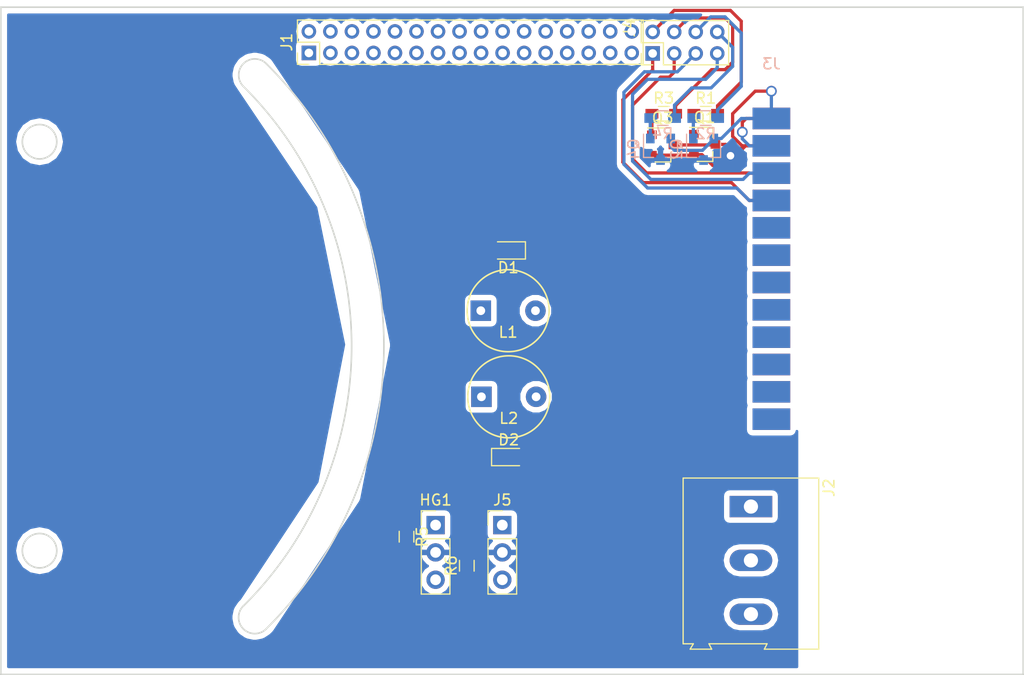
<source format=kicad_pcb>
(kicad_pcb (version 4) (host pcbnew 4.0.6)

  (general
    (links 70)
    (no_connects 54)
    (area 142.524999 61.724999 258.685715 154.075001)
    (thickness 1.6)
    (drawings 11)
    (tracks 108)
    (zones 0)
    (modules 20)
    (nets 36)
  )

  (page A4)
  (layers
    (0 F.Cu signal)
    (31 B.Cu signal)
    (32 B.Adhes user)
    (33 F.Adhes user)
    (34 B.Paste user)
    (35 F.Paste user)
    (36 B.SilkS user)
    (37 F.SilkS user)
    (38 B.Mask user)
    (39 F.Mask user)
    (40 Dwgs.User user)
    (41 Cmts.User user)
    (42 Eco1.User user)
    (43 Eco2.User user)
    (44 Edge.Cuts user)
    (45 Margin user)
    (46 B.CrtYd user)
    (47 F.CrtYd user)
    (48 B.Fab user)
    (49 F.Fab user)
  )

  (setup
    (last_trace_width 0.3)
    (trace_clearance 0.25)
    (zone_clearance 0.508)
    (zone_45_only no)
    (trace_min 0.2)
    (segment_width 0.2)
    (edge_width 0.15)
    (via_size 1)
    (via_drill 0.7)
    (via_min_size 0.4)
    (via_min_drill 0.3)
    (uvia_size 0.3)
    (uvia_drill 0.1)
    (uvias_allowed no)
    (uvia_min_size 0.2)
    (uvia_min_drill 0.1)
    (pcb_text_width 0.3)
    (pcb_text_size 1.5 1.5)
    (mod_edge_width 0.15)
    (mod_text_size 1 1)
    (mod_text_width 0.15)
    (pad_size 1.524 1.524)
    (pad_drill 0.762)
    (pad_to_mask_clearance 0.2)
    (aux_axis_origin 144 154)
    (visible_elements 7FFEFF7F)
    (pcbplotparams
      (layerselection 0x010fc_80000001)
      (usegerberextensions true)
      (excludeedgelayer true)
      (linewidth 0.100000)
      (plotframeref false)
      (viasonmask false)
      (mode 1)
      (useauxorigin true)
      (hpglpennumber 1)
      (hpglpenspeed 20)
      (hpglpendiameter 15)
      (hpglpenoverlay 2)
      (psnegative false)
      (psa4output false)
      (plotreference true)
      (plotvalue false)
      (plotinvisibletext false)
      (padsonsilk false)
      (subtractmaskfromsilk false)
      (outputformat 1)
      (mirror false)
      (drillshape 0)
      (scaleselection 1)
      (outputdirectory C:/Users/Szczepan/Desktop/Flip/gerbery/))
  )

  (net 0 "")
  (net 1 GND)
  (net 2 VCC)
  (net 3 CH01)
  (net 4 DIGITAL)
  (net 5 CH02)
  (net 6 CH03)
  (net 7 CH04)
  (net 8 CH05)
  (net 9 CH06)
  (net 10 CH07)
  (net 11 CH08)
  (net 12 CH09)
  (net 13 CH10)
  (net 14 CH11)
  (net 15 CH12)
  (net 16 CH13)
  (net 17 CH14)
  (net 18 CH15)
  (net 19 CH16)
  (net 20 GND0)
  (net 21 GND1)
  (net 22 GND2)
  (net 23 GND3)
  (net 24 SW_GND)
  (net 25 SW_GND0)
  (net 26 SW_GND1)
  (net 27 SW_GND2)
  (net 28 SW_GND3)
  (net 29 "Net-(Q1-Pad1)")
  (net 30 "Net-(Q2-Pad1)")
  (net 31 "Net-(Q3-Pad1)")
  (net 32 "Net-(Q4-Pad1)")
  (net 33 "Net-(D1-Pad1)")
  (net 34 "Net-(D1-Pad2)")
  (net 35 "Net-(D2-Pad2)")

  (net_class Default "To jest domyślna klasa połączeń."
    (clearance 0.25)
    (trace_width 0.3)
    (via_dia 1)
    (via_drill 0.7)
    (uvia_dia 0.3)
    (uvia_drill 0.1)
    (add_net CH01)
    (add_net CH02)
    (add_net CH03)
    (add_net CH04)
    (add_net CH05)
    (add_net CH06)
    (add_net CH07)
    (add_net CH08)
    (add_net CH09)
    (add_net CH10)
    (add_net CH11)
    (add_net CH12)
    (add_net CH13)
    (add_net CH14)
    (add_net CH15)
    (add_net CH16)
    (add_net DIGITAL)
    (add_net GND)
    (add_net GND0)
    (add_net GND1)
    (add_net GND2)
    (add_net GND3)
    (add_net "Net-(D1-Pad1)")
    (add_net "Net-(D1-Pad2)")
    (add_net "Net-(D2-Pad2)")
    (add_net "Net-(Q1-Pad1)")
    (add_net "Net-(Q2-Pad1)")
    (add_net "Net-(Q3-Pad1)")
    (add_net "Net-(Q4-Pad1)")
    (add_net SW_GND)
    (add_net SW_GND0)
    (add_net SW_GND1)
    (add_net SW_GND2)
    (add_net SW_GND3)
    (add_net VCC)
  )

  (net_class Power ""
    (clearance 0.4)
    (trace_width 1)
    (via_dia 1.5)
    (via_drill 1)
    (uvia_dia 0.3)
    (uvia_drill 0.1)
  )

  (module Connectors_Terminal_Blocks:TerminalBlock_Altech_AK300-3_P5.00mm (layer F.Cu) (tedit 5A662913) (tstamp 5A5E7086)
    (at 213.7 138.4 270)
    (descr "Altech AK300 terminal block, pitch 5.0mm, 45 degree angled, see http://www.mouser.com/ds/2/16/PCBMETRC-24178.pdf")
    (tags "Altech AK300 terminal block pitch 5.0mm")
    (path /5A2F312C)
    (fp_text reference J2 (at -1.75 -7.25 270) (layer F.SilkS)
      (effects (font (size 1 1) (thickness 0.15)))
    )
    (fp_text value COILS (at -0.75 -7.25 270) (layer F.Fab)
      (effects (font (size 1 1) (thickness 0.15)))
    )
    (fp_text user %R (at -1.75 -7.25 270) (layer F.Fab)
      (effects (font (size 1 1) (thickness 0.15)))
    )
    (fp_line (start -2.65 -6.3) (end -2.65 6.3) (layer F.SilkS) (width 0.12))
    (fp_line (start -2.65 6.3) (end 12.75 6.3) (layer F.SilkS) (width 0.12))
    (fp_line (start 12.75 6.3) (end 12.75 5.35) (layer F.SilkS) (width 0.12))
    (fp_line (start 12.75 5.35) (end 13.25 5.65) (layer F.SilkS) (width 0.12))
    (fp_line (start 13.25 5.65) (end 13.25 3.65) (layer F.SilkS) (width 0.12))
    (fp_line (start 13.25 3.65) (end 12.75 3.9) (layer F.SilkS) (width 0.12))
    (fp_line (start 12.75 3.9) (end 12.75 -1.5) (layer F.SilkS) (width 0.12))
    (fp_line (start 12.75 -1.5) (end 13.25 -1.25) (layer F.SilkS) (width 0.12))
    (fp_line (start 13.25 -1.25) (end 13.25 -6.3) (layer F.SilkS) (width 0.12))
    (fp_line (start 13.25 -6.3) (end -2.65 -6.3) (layer F.SilkS) (width 0.12))
    (fp_line (start 12.66 -0.65) (end -2.52 -0.65) (layer F.Fab) (width 0.1))
    (fp_line (start 8.02 3.99) (end 8.02 -0.26) (layer F.Fab) (width 0.1))
    (fp_line (start 12.09 6.21) (end 7.58 6.21) (layer F.Fab) (width 0.1))
    (fp_line (start 7.58 -3.19) (end 12.6 -3.19) (layer F.Fab) (width 0.1))
    (fp_line (start -2.58 -6.23) (end 12.66 -6.23) (layer F.Fab) (width 0.1))
    (fp_line (start 8.42 -0.26) (end 11.72 -0.26) (layer F.Fab) (width 0.1))
    (fp_line (start 8.04 -0.26) (end 8.42 -0.26) (layer F.Fab) (width 0.1))
    (fp_line (start 12.1 -0.26) (end 11.72 -0.26) (layer F.Fab) (width 0.1))
    (fp_line (start 8.57 -4.33) (end 11.62 -4.96) (layer F.Fab) (width 0.1))
    (fp_line (start 8.44 -4.46) (end 11.49 -5.09) (layer F.Fab) (width 0.1))
    (fp_line (start 12.1 -3.44) (end 8.04 -3.44) (layer F.Fab) (width 0.1))
    (fp_line (start 12.1 -5.98) (end 12.1 -3.44) (layer F.Fab) (width 0.1))
    (fp_line (start 8.04 -5.98) (end 12.1 -5.98) (layer F.Fab) (width 0.1))
    (fp_line (start 8.04 -3.44) (end 8.04 -5.98) (layer F.Fab) (width 0.1))
    (fp_line (start 12.66 -3.19) (end 12.66 -1.66) (layer F.Fab) (width 0.1))
    (fp_line (start 12.66 -0.65) (end 12.66 4.05) (layer F.Fab) (width 0.1))
    (fp_line (start 12.66 -1.66) (end 12.66 -0.65) (layer F.Fab) (width 0.1))
    (fp_line (start 11.72 0.5) (end 11.34 0.5) (layer F.Fab) (width 0.1))
    (fp_line (start 8.42 0.5) (end 8.8 0.5) (layer F.Fab) (width 0.1))
    (fp_line (start 8.42 3.67) (end 8.42 0.5) (layer F.Fab) (width 0.1))
    (fp_line (start 11.72 3.67) (end 8.42 3.67) (layer F.Fab) (width 0.1))
    (fp_line (start 11.72 3.67) (end 11.72 0.5) (layer F.Fab) (width 0.1))
    (fp_line (start 12.1 4.31) (end 12.1 6.21) (layer F.Fab) (width 0.1))
    (fp_line (start 8.04 4.31) (end 12.1 4.31) (layer F.Fab) (width 0.1))
    (fp_line (start 12.1 6.21) (end 12.66 6.21) (layer F.Fab) (width 0.1))
    (fp_line (start 12.1 -0.26) (end 12.1 4.31) (layer F.Fab) (width 0.1))
    (fp_line (start 8.04 6.21) (end 8.04 4.31) (layer F.Fab) (width 0.1))
    (fp_line (start 13.17 3.8) (end 13.17 5.45) (layer F.Fab) (width 0.1))
    (fp_line (start 12.66 4.05) (end 12.66 5.2) (layer F.Fab) (width 0.1))
    (fp_line (start 13.17 3.8) (end 12.66 4.05) (layer F.Fab) (width 0.1))
    (fp_line (start 12.66 5.2) (end 12.66 6.21) (layer F.Fab) (width 0.1))
    (fp_line (start 13.17 5.45) (end 12.66 5.2) (layer F.Fab) (width 0.1))
    (fp_line (start 13.17 -1.41) (end 12.66 -1.66) (layer F.Fab) (width 0.1))
    (fp_line (start 13.17 -6.23) (end 13.17 -1.41) (layer F.Fab) (width 0.1))
    (fp_line (start 12.66 -6.23) (end 13.17 -6.23) (layer F.Fab) (width 0.1))
    (fp_line (start 12.66 -6.23) (end 12.66 -3.19) (layer F.Fab) (width 0.1))
    (fp_line (start 8.8 2.53) (end 8.8 -0.26) (layer F.Fab) (width 0.1))
    (fp_line (start 8.8 -0.26) (end 11.34 -0.26) (layer F.Fab) (width 0.1))
    (fp_line (start 11.34 2.53) (end 11.34 -0.26) (layer F.Fab) (width 0.1))
    (fp_line (start 8.8 2.53) (end 11.34 2.53) (layer F.Fab) (width 0.1))
    (fp_line (start -1.28 2.53) (end 1.26 2.53) (layer F.Fab) (width 0.1))
    (fp_line (start 1.26 2.53) (end 1.26 -0.26) (layer F.Fab) (width 0.1))
    (fp_line (start -1.28 -0.26) (end 1.26 -0.26) (layer F.Fab) (width 0.1))
    (fp_line (start -1.28 2.53) (end -1.28 -0.26) (layer F.Fab) (width 0.1))
    (fp_line (start 3.72 2.53) (end 6.26 2.53) (layer F.Fab) (width 0.1))
    (fp_line (start 6.26 2.53) (end 6.26 -0.26) (layer F.Fab) (width 0.1))
    (fp_line (start 3.72 -0.26) (end 6.26 -0.26) (layer F.Fab) (width 0.1))
    (fp_line (start 3.72 2.53) (end 3.72 -0.26) (layer F.Fab) (width 0.1))
    (fp_line (start 8.02 5.2) (end 8.02 6.21) (layer F.Fab) (width 0.1))
    (fp_line (start 8.02 4.05) (end 8.02 5.2) (layer F.Fab) (width 0.1))
    (fp_line (start 2.96 6.21) (end 2.96 4.31) (layer F.Fab) (width 0.1))
    (fp_line (start 7.02 -0.26) (end 7.02 4.31) (layer F.Fab) (width 0.1))
    (fp_line (start 2.96 6.21) (end 7.02 6.21) (layer F.Fab) (width 0.1))
    (fp_line (start 7.02 6.21) (end 7.58 6.21) (layer F.Fab) (width 0.1))
    (fp_line (start 2.02 6.21) (end 2.02 4.31) (layer F.Fab) (width 0.1))
    (fp_line (start 2.02 6.21) (end 2.96 6.21) (layer F.Fab) (width 0.1))
    (fp_line (start -2.05 -0.26) (end -2.05 4.31) (layer F.Fab) (width 0.1))
    (fp_line (start -2.58 6.21) (end -2.05 6.21) (layer F.Fab) (width 0.1))
    (fp_line (start -2.05 6.21) (end 2.02 6.21) (layer F.Fab) (width 0.1))
    (fp_line (start 2.96 4.31) (end 7.02 4.31) (layer F.Fab) (width 0.1))
    (fp_line (start 2.96 4.31) (end 2.96 -0.26) (layer F.Fab) (width 0.1))
    (fp_line (start 7.02 4.31) (end 7.02 6.21) (layer F.Fab) (width 0.1))
    (fp_line (start 2.02 4.31) (end -2.05 4.31) (layer F.Fab) (width 0.1))
    (fp_line (start 2.02 4.31) (end 2.02 -0.26) (layer F.Fab) (width 0.1))
    (fp_line (start -2.05 4.31) (end -2.05 6.21) (layer F.Fab) (width 0.1))
    (fp_line (start 6.64 3.67) (end 6.64 0.5) (layer F.Fab) (width 0.1))
    (fp_line (start 6.64 3.67) (end 3.34 3.67) (layer F.Fab) (width 0.1))
    (fp_line (start 3.34 3.67) (end 3.34 0.5) (layer F.Fab) (width 0.1))
    (fp_line (start 1.64 3.67) (end 1.64 0.5) (layer F.Fab) (width 0.1))
    (fp_line (start 1.64 3.67) (end -1.67 3.67) (layer F.Fab) (width 0.1))
    (fp_line (start -1.67 3.67) (end -1.67 0.5) (layer F.Fab) (width 0.1))
    (fp_line (start -1.67 0.5) (end -1.28 0.5) (layer F.Fab) (width 0.1))
    (fp_line (start 1.64 0.5) (end 1.26 0.5) (layer F.Fab) (width 0.1))
    (fp_line (start 3.34 0.5) (end 3.72 0.5) (layer F.Fab) (width 0.1))
    (fp_line (start 6.64 0.5) (end 6.26 0.5) (layer F.Fab) (width 0.1))
    (fp_line (start -2.58 6.21) (end -2.58 -0.65) (layer F.Fab) (width 0.1))
    (fp_line (start -2.58 -0.65) (end -2.58 -3.19) (layer F.Fab) (width 0.1))
    (fp_line (start -2.58 -3.19) (end 7.58 -3.19) (layer F.Fab) (width 0.1))
    (fp_line (start -2.58 -3.19) (end -2.58 -6.23) (layer F.Fab) (width 0.1))
    (fp_line (start 2.96 -3.44) (end 2.96 -5.98) (layer F.Fab) (width 0.1))
    (fp_line (start 2.96 -5.98) (end 7.02 -5.98) (layer F.Fab) (width 0.1))
    (fp_line (start 7.02 -5.98) (end 7.02 -3.44) (layer F.Fab) (width 0.1))
    (fp_line (start 7.02 -3.44) (end 2.96 -3.44) (layer F.Fab) (width 0.1))
    (fp_line (start 2.02 -3.44) (end 2.02 -5.98) (layer F.Fab) (width 0.1))
    (fp_line (start 2.02 -3.44) (end -2.05 -3.44) (layer F.Fab) (width 0.1))
    (fp_line (start -2.05 -3.44) (end -2.05 -5.98) (layer F.Fab) (width 0.1))
    (fp_line (start 2.02 -5.98) (end -2.05 -5.98) (layer F.Fab) (width 0.1))
    (fp_line (start 3.36 -4.46) (end 6.41 -5.09) (layer F.Fab) (width 0.1))
    (fp_line (start 3.49 -4.33) (end 6.54 -4.96) (layer F.Fab) (width 0.1))
    (fp_line (start -1.64 -4.46) (end 1.41 -5.09) (layer F.Fab) (width 0.1))
    (fp_line (start -1.51 -4.33) (end 1.53 -4.96) (layer F.Fab) (width 0.1))
    (fp_line (start -2.05 -0.26) (end -1.67 -0.26) (layer F.Fab) (width 0.1))
    (fp_line (start 2.02 -0.26) (end 1.64 -0.26) (layer F.Fab) (width 0.1))
    (fp_line (start 1.64 -0.26) (end -1.67 -0.26) (layer F.Fab) (width 0.1))
    (fp_line (start 7.02 -0.26) (end 6.64 -0.26) (layer F.Fab) (width 0.1))
    (fp_line (start 2.96 -0.26) (end 3.34 -0.26) (layer F.Fab) (width 0.1))
    (fp_line (start 3.34 -0.26) (end 6.64 -0.26) (layer F.Fab) (width 0.1))
    (fp_line (start -2.83 -6.48) (end 13.42 -6.48) (layer F.CrtYd) (width 0.05))
    (fp_line (start -2.83 -6.48) (end -2.83 6.46) (layer F.CrtYd) (width 0.05))
    (fp_line (start 13.42 6.46) (end 13.42 -6.48) (layer F.CrtYd) (width 0.05))
    (fp_line (start 13.42 6.46) (end -2.83 6.46) (layer F.CrtYd) (width 0.05))
    (fp_arc (start 8.93 -4.66) (end 8.64 -4.14) (angle 104.2) (layer F.Fab) (width 0.1))
    (fp_arc (start 10.04 -3.72) (end 8.44 -5.01) (angle 100) (layer F.Fab) (width 0.1))
    (fp_arc (start 10.12 -6.08) (end 11.58 -4.13) (angle 75.5) (layer F.Fab) (width 0.1))
    (fp_arc (start 11.09 -4.6) (end 11.59 -5.06) (angle 90.5) (layer F.Fab) (width 0.1))
    (fp_arc (start 6.01 -4.6) (end 6.51 -5.06) (angle 90.5) (layer F.Fab) (width 0.1))
    (fp_arc (start 5.04 -6.08) (end 6.5 -4.13) (angle 75.5) (layer F.Fab) (width 0.1))
    (fp_arc (start 4.96 -3.72) (end 3.36 -5.01) (angle 100) (layer F.Fab) (width 0.1))
    (fp_arc (start 3.85 -4.66) (end 3.56 -4.14) (angle 104.2) (layer F.Fab) (width 0.1))
    (fp_arc (start 1 -4.6) (end 1.51 -5.06) (angle 90.5) (layer F.Fab) (width 0.1))
    (fp_arc (start 0.04 -6.08) (end 1.5 -4.13) (angle 75.5) (layer F.Fab) (width 0.1))
    (fp_arc (start -0.04 -3.72) (end -1.64 -5.01) (angle 100) (layer F.Fab) (width 0.1))
    (fp_arc (start -1.16 -4.66) (end -1.44 -4.14) (angle 104.2) (layer F.Fab) (width 0.1))
    (pad 1 thru_hole rect (at 0 0 270) (size 1.98 3.96) (drill 1.32) (layers *.Cu *.Mask)
      (net 35 "Net-(D2-Pad2)"))
    (pad 2 thru_hole oval (at 5 0 270) (size 1.98 3.96) (drill 1.32) (layers *.Cu *.Mask)
      (net 33 "Net-(D1-Pad1)"))
    (pad 3 thru_hole oval (at 10 0 270) (size 1.98 3.96) (drill 1.32) (layers *.Cu *.Mask)
      (net 34 "Net-(D1-Pad2)"))
    (model ${KISYS3DMOD}/Terminal_Blocks.3dshapes/TerminalBlock_Altech_AK300-3_P5.00mm.wrl
      (at (xyz 0 0 0))
      (scale (xyz 1 1 1))
      (rotate (xyz 0 0 0))
    )
  )

  (module Pin_Headers:Pin_Header_Straight_2x16_Pitch2.00mm (layer F.Cu) (tedit 5A6626A0) (tstamp 5A5E7073)
    (at 172.625 96.25 90)
    (descr "Through hole straight pin header, 2x16, 2.00mm pitch, double rows")
    (tags "Through hole pin header THT 2x16 2.00mm double row")
    (path /5A2F6823)
    (fp_text reference J1 (at 1 -2.06 90) (layer F.SilkS)
      (effects (font (size 1 1) (thickness 0.15)))
    )
    (fp_text value CHANNEL (at 1.318 31.95 90) (layer F.Fab)
      (effects (font (size 1 1) (thickness 0.15)))
    )
    (fp_line (start 0 -1) (end 3 -1) (layer F.Fab) (width 0.1))
    (fp_line (start 3 -1) (end 3 31) (layer F.Fab) (width 0.1))
    (fp_line (start 3 31) (end -1 31) (layer F.Fab) (width 0.1))
    (fp_line (start -1 31) (end -1 0) (layer F.Fab) (width 0.1))
    (fp_line (start -1 0) (end 0 -1) (layer F.Fab) (width 0.1))
    (fp_line (start -1.06 31.06) (end 3.06 31.06) (layer F.SilkS) (width 0.12))
    (fp_line (start -1.06 1) (end -1.06 31.06) (layer F.SilkS) (width 0.12))
    (fp_line (start 3.06 -1.06) (end 3.06 31.06) (layer F.SilkS) (width 0.12))
    (fp_line (start -1.06 1) (end 1 1) (layer F.SilkS) (width 0.12))
    (fp_line (start 1 1) (end 1 -1.06) (layer F.SilkS) (width 0.12))
    (fp_line (start 1 -1.06) (end 3.06 -1.06) (layer F.SilkS) (width 0.12))
    (fp_line (start -1.06 0) (end -1.06 -1.06) (layer F.SilkS) (width 0.12))
    (fp_line (start -1.06 -1.06) (end 0 -1.06) (layer F.SilkS) (width 0.12))
    (fp_line (start -1.5 -1.5) (end -1.5 31.5) (layer F.CrtYd) (width 0.05))
    (fp_line (start -1.5 31.5) (end 3.5 31.5) (layer F.CrtYd) (width 0.05))
    (fp_line (start 3.5 31.5) (end 3.5 -1.5) (layer F.CrtYd) (width 0.05))
    (fp_line (start 3.5 -1.5) (end -1.5 -1.5) (layer F.CrtYd) (width 0.05))
    (fp_text user %R (at 1 15 180) (layer F.Fab)
      (effects (font (size 1 1) (thickness 0.15)))
    )
    (pad 1 thru_hole rect (at 0 0 90) (size 1.35 1.35) (drill 0.8) (layers *.Cu *.Mask)
      (net 3 CH01))
    (pad 2 thru_hole oval (at 2 0 90) (size 1.35 1.35) (drill 0.8) (layers *.Cu *.Mask)
      (net 4 DIGITAL))
    (pad 3 thru_hole oval (at 0 2 90) (size 1.35 1.35) (drill 0.8) (layers *.Cu *.Mask)
      (net 5 CH02))
    (pad 4 thru_hole oval (at 2 2 90) (size 1.35 1.35) (drill 0.8) (layers *.Cu *.Mask)
      (net 4 DIGITAL))
    (pad 5 thru_hole oval (at 0 4 90) (size 1.35 1.35) (drill 0.8) (layers *.Cu *.Mask)
      (net 6 CH03))
    (pad 6 thru_hole oval (at 2 4 90) (size 1.35 1.35) (drill 0.8) (layers *.Cu *.Mask)
      (net 4 DIGITAL))
    (pad 7 thru_hole oval (at 0 6 90) (size 1.35 1.35) (drill 0.8) (layers *.Cu *.Mask)
      (net 7 CH04))
    (pad 8 thru_hole oval (at 2 6 90) (size 1.35 1.35) (drill 0.8) (layers *.Cu *.Mask)
      (net 4 DIGITAL))
    (pad 9 thru_hole oval (at 0 8 90) (size 1.35 1.35) (drill 0.8) (layers *.Cu *.Mask)
      (net 8 CH05))
    (pad 10 thru_hole oval (at 2 8 90) (size 1.35 1.35) (drill 0.8) (layers *.Cu *.Mask)
      (net 4 DIGITAL))
    (pad 11 thru_hole oval (at 0 10 90) (size 1.35 1.35) (drill 0.8) (layers *.Cu *.Mask)
      (net 9 CH06))
    (pad 12 thru_hole oval (at 2 10 90) (size 1.35 1.35) (drill 0.8) (layers *.Cu *.Mask)
      (net 4 DIGITAL))
    (pad 13 thru_hole oval (at 0 12 90) (size 1.35 1.35) (drill 0.8) (layers *.Cu *.Mask)
      (net 10 CH07))
    (pad 14 thru_hole oval (at 2 12 90) (size 1.35 1.35) (drill 0.8) (layers *.Cu *.Mask)
      (net 4 DIGITAL))
    (pad 15 thru_hole oval (at 0 14 90) (size 1.35 1.35) (drill 0.8) (layers *.Cu *.Mask)
      (net 11 CH08))
    (pad 16 thru_hole oval (at 2 14 90) (size 1.35 1.35) (drill 0.8) (layers *.Cu *.Mask)
      (net 4 DIGITAL))
    (pad 17 thru_hole oval (at 0 16 90) (size 1.35 1.35) (drill 0.8) (layers *.Cu *.Mask)
      (net 12 CH09))
    (pad 18 thru_hole oval (at 2 16 90) (size 1.35 1.35) (drill 0.8) (layers *.Cu *.Mask)
      (net 4 DIGITAL))
    (pad 19 thru_hole oval (at 0 18 90) (size 1.35 1.35) (drill 0.8) (layers *.Cu *.Mask)
      (net 13 CH10))
    (pad 20 thru_hole oval (at 2 18 90) (size 1.35 1.35) (drill 0.8) (layers *.Cu *.Mask)
      (net 4 DIGITAL))
    (pad 21 thru_hole oval (at 0 20 90) (size 1.35 1.35) (drill 0.8) (layers *.Cu *.Mask)
      (net 14 CH11))
    (pad 22 thru_hole oval (at 2 20 90) (size 1.35 1.35) (drill 0.8) (layers *.Cu *.Mask)
      (net 4 DIGITAL))
    (pad 23 thru_hole oval (at 0 22 90) (size 1.35 1.35) (drill 0.8) (layers *.Cu *.Mask)
      (net 15 CH12))
    (pad 24 thru_hole oval (at 2 22 90) (size 1.35 1.35) (drill 0.8) (layers *.Cu *.Mask)
      (net 4 DIGITAL))
    (pad 25 thru_hole oval (at 0 24 90) (size 1.35 1.35) (drill 0.8) (layers *.Cu *.Mask)
      (net 16 CH13))
    (pad 26 thru_hole oval (at 2 24 90) (size 1.35 1.35) (drill 0.8) (layers *.Cu *.Mask)
      (net 4 DIGITAL))
    (pad 27 thru_hole oval (at 0 26 90) (size 1.35 1.35) (drill 0.8) (layers *.Cu *.Mask)
      (net 17 CH14))
    (pad 28 thru_hole oval (at 2 26 90) (size 1.35 1.35) (drill 0.8) (layers *.Cu *.Mask)
      (net 4 DIGITAL))
    (pad 29 thru_hole oval (at 0 28 90) (size 1.35 1.35) (drill 0.8) (layers *.Cu *.Mask)
      (net 18 CH15))
    (pad 30 thru_hole oval (at 2 28 90) (size 1.35 1.35) (drill 0.8) (layers *.Cu *.Mask)
      (net 4 DIGITAL))
    (pad 31 thru_hole oval (at 0 30 90) (size 1.35 1.35) (drill 0.8) (layers *.Cu *.Mask)
      (net 19 CH16))
    (pad 32 thru_hole oval (at 2 30 90) (size 1.35 1.35) (drill 0.8) (layers *.Cu *.Mask)
      (net 4 DIGITAL))
    (model ${KISYS3DMOD}/Pin_Headers.3dshapes/Pin_Header_Straight_2x16_Pitch2.00mm.wrl
      (at (xyz 0 0 0))
      (scale (xyz 1 1 1))
      (rotate (xyz 0 0 0))
    )
  )

  (module Pin_Headers:Pin_Header_Straight_2x04_Pitch2.00mm (layer F.Cu) (tedit 5A6628EB) (tstamp 5A5E707F)
    (at 204.569857 96.296587 90)
    (descr "Through hole straight pin header, 2x04, 2.00mm pitch, double rows")
    (tags "Through hole pin header THT 2x04 2.00mm double row")
    (path /5A2F6E84)
    (fp_text reference J4 (at 2.368 -2.166 90) (layer F.SilkS)
      (effects (font (size 1 1) (thickness 0.15)))
    )
    (fp_text value GROUND (at 1 8.06 90) (layer F.Fab) hide
      (effects (font (size 1 1) (thickness 0.15)))
    )
    (fp_line (start 0 -1) (end 3 -1) (layer F.Fab) (width 0.1))
    (fp_line (start 3 -1) (end 3 7) (layer F.Fab) (width 0.1))
    (fp_line (start 3 7) (end -1 7) (layer F.Fab) (width 0.1))
    (fp_line (start -1 7) (end -1 0) (layer F.Fab) (width 0.1))
    (fp_line (start -1 0) (end 0 -1) (layer F.Fab) (width 0.1))
    (fp_line (start -1.06 7.06) (end 3.06 7.06) (layer F.SilkS) (width 0.12))
    (fp_line (start -1.06 1) (end -1.06 7.06) (layer F.SilkS) (width 0.12))
    (fp_line (start 3.06 -1.06) (end 3.06 7.06) (layer F.SilkS) (width 0.12))
    (fp_line (start -1.06 1) (end 1 1) (layer F.SilkS) (width 0.12))
    (fp_line (start 1 1) (end 1 -1.06) (layer F.SilkS) (width 0.12))
    (fp_line (start 1 -1.06) (end 3.06 -1.06) (layer F.SilkS) (width 0.12))
    (fp_line (start -1.06 0) (end -1.06 -1.06) (layer F.SilkS) (width 0.12))
    (fp_line (start -1.06 -1.06) (end 0 -1.06) (layer F.SilkS) (width 0.12))
    (fp_line (start -1.5 -1.5) (end -1.5 7.5) (layer F.CrtYd) (width 0.05))
    (fp_line (start -1.5 7.5) (end 3.5 7.5) (layer F.CrtYd) (width 0.05))
    (fp_line (start 3.5 7.5) (end 3.5 -1.5) (layer F.CrtYd) (width 0.05))
    (fp_line (start 3.5 -1.5) (end -1.5 -1.5) (layer F.CrtYd) (width 0.05))
    (fp_text user %R (at 4.118 3.084 180) (layer F.Fab)
      (effects (font (size 1 1) (thickness 0.15)))
    )
    (pad 1 thru_hole rect (at 0 0 90) (size 1.35 1.35) (drill 0.8) (layers *.Cu *.Mask)
      (net 22 GND2))
    (pad 2 thru_hole oval (at 2 0 90) (size 1.35 1.35) (drill 0.8) (layers *.Cu *.Mask)
      (net 25 SW_GND0))
    (pad 3 thru_hole oval (at 0 2 90) (size 1.35 1.35) (drill 0.8) (layers *.Cu *.Mask)
      (net 23 GND3))
    (pad 4 thru_hole oval (at 2 2 90) (size 1.35 1.35) (drill 0.8) (layers *.Cu *.Mask)
      (net 26 SW_GND1))
    (pad 5 thru_hole oval (at 0 4 90) (size 1.35 1.35) (drill 0.8) (layers *.Cu *.Mask)
      (net 21 GND1))
    (pad 6 thru_hole oval (at 2 4 90) (size 1.35 1.35) (drill 0.8) (layers *.Cu *.Mask)
      (net 27 SW_GND2))
    (pad 7 thru_hole oval (at 0 6 90) (size 1.35 1.35) (drill 0.8) (layers *.Cu *.Mask)
      (net 20 GND0))
    (pad 8 thru_hole oval (at 2 6 90) (size 1.35 1.35) (drill 0.8) (layers *.Cu *.Mask)
      (net 28 SW_GND3))
    (model ${KISYS3DMOD}/Pin_Headers.3dshapes/Pin_Header_Straight_2x04_Pitch2.00mm.wrl
      (at (xyz 0 0 0))
      (scale (xyz 1 1 1))
      (rotate (xyz 0 0 0))
    )
  )

  (module Inductors:INDUCTOR_V (layer F.Cu) (tedit 0) (tstamp 5A5E70C4)
    (at 191.14 120.2)
    (descr "Inductor (vertical)")
    (tags INDUCTOR)
    (path /5A2F2F93)
    (fp_text reference L1 (at 0 1.99898) (layer F.SilkS)
      (effects (font (size 1 1) (thickness 0.15)))
    )
    (fp_text value L (at 0.09906 -1.99898) (layer F.Fab)
      (effects (font (size 1 1) (thickness 0.15)))
    )
    (fp_circle (center 0 0) (end 3.81 0) (layer F.SilkS) (width 0.15))
    (pad 1 thru_hole rect (at -2.54 0) (size 1.905 1.905) (drill 0.8128) (layers *.Cu *.Mask)
      (net 34 "Net-(D1-Pad2)"))
    (pad 2 thru_hole circle (at 2.54 0) (size 1.905 1.905) (drill 0.8128) (layers *.Cu *.Mask)
      (net 33 "Net-(D1-Pad1)"))
    (model Inductors.3dshapes/INDUCTOR_V.wrl
      (at (xyz 0 0 0))
      (scale (xyz 2 2 2))
      (rotate (xyz 0 0 0))
    )
  )

  (module Inductors:INDUCTOR_V (layer F.Cu) (tedit 0) (tstamp 5A5E70CA)
    (at 191.2 128.2)
    (descr "Inductor (vertical)")
    (tags INDUCTOR)
    (path /5A2F2A58)
    (fp_text reference L2 (at 0 1.99898) (layer F.SilkS)
      (effects (font (size 1 1) (thickness 0.15)))
    )
    (fp_text value L (at 0.09906 -1.99898) (layer F.Fab)
      (effects (font (size 1 1) (thickness 0.15)))
    )
    (fp_circle (center 0 0) (end 3.81 0) (layer F.SilkS) (width 0.15))
    (pad 1 thru_hole rect (at -2.54 0) (size 1.905 1.905) (drill 0.8128) (layers *.Cu *.Mask)
      (net 33 "Net-(D1-Pad1)"))
    (pad 2 thru_hole circle (at 2.54 0) (size 1.905 1.905) (drill 0.8128) (layers *.Cu *.Mask)
      (net 35 "Net-(D2-Pad2)"))
    (model Inductors.3dshapes/INDUCTOR_V.wrl
      (at (xyz 0 0 0))
      (scale (xyz 2 2 2))
      (rotate (xyz 0 0 0))
    )
  )

  (module Pin_Headers:Pin_Header_Straight_1x03_Pitch2.54mm (layer F.Cu) (tedit 5A66272F) (tstamp 5A5E8784)
    (at 184.4 140.12)
    (descr "Through hole straight pin header, 1x03, 2.54mm pitch, single row")
    (tags "Through hole pin header THT 1x03 2.54mm single row")
    (path /5A2EE2A2)
    (fp_text reference HG1 (at 0 -2.33) (layer F.SilkS)
      (effects (font (size 1 1) (thickness 0.15)))
    )
    (fp_text value Hall (at 0 7.41) (layer F.Fab) hide
      (effects (font (size 1 1) (thickness 0.15)))
    )
    (fp_line (start -0.635 -1.27) (end 1.27 -1.27) (layer F.Fab) (width 0.1))
    (fp_line (start 1.27 -1.27) (end 1.27 6.35) (layer F.Fab) (width 0.1))
    (fp_line (start 1.27 6.35) (end -1.27 6.35) (layer F.Fab) (width 0.1))
    (fp_line (start -1.27 6.35) (end -1.27 -0.635) (layer F.Fab) (width 0.1))
    (fp_line (start -1.27 -0.635) (end -0.635 -1.27) (layer F.Fab) (width 0.1))
    (fp_line (start -1.33 6.41) (end 1.33 6.41) (layer F.SilkS) (width 0.12))
    (fp_line (start -1.33 1.27) (end -1.33 6.41) (layer F.SilkS) (width 0.12))
    (fp_line (start 1.33 1.27) (end 1.33 6.41) (layer F.SilkS) (width 0.12))
    (fp_line (start -1.33 1.27) (end 1.33 1.27) (layer F.SilkS) (width 0.12))
    (fp_line (start -1.33 0) (end -1.33 -1.33) (layer F.SilkS) (width 0.12))
    (fp_line (start -1.33 -1.33) (end 0 -1.33) (layer F.SilkS) (width 0.12))
    (fp_line (start -1.8 -1.8) (end -1.8 6.85) (layer F.CrtYd) (width 0.05))
    (fp_line (start -1.8 6.85) (end 1.8 6.85) (layer F.CrtYd) (width 0.05))
    (fp_line (start 1.8 6.85) (end 1.8 -1.8) (layer F.CrtYd) (width 0.05))
    (fp_line (start 1.8 -1.8) (end -1.8 -1.8) (layer F.CrtYd) (width 0.05))
    (fp_text user %R (at 2.5 2.75 90) (layer F.Fab)
      (effects (font (size 1 1) (thickness 0.15)))
    )
    (pad 1 thru_hole rect (at 0 0) (size 1.7 1.7) (drill 1) (layers *.Cu *.Mask)
      (net 2 VCC))
    (pad 2 thru_hole oval (at 0 2.54) (size 1.7 1.7) (drill 1) (layers *.Cu *.Mask)
      (net 24 SW_GND))
    (pad 3 thru_hole oval (at 0 5.08) (size 1.7 1.7) (drill 1) (layers *.Cu *.Mask)
      (net 4 DIGITAL))
    (model ${KISYS3DMOD}/Pin_Headers.3dshapes/Pin_Header_Straight_1x03_Pitch2.54mm.wrl
      (at (xyz 0 0 0))
      (scale (xyz 1 1 1))
      (rotate (xyz 0 0 0))
    )
  )

  (module TO_SOT_Packages_SMD:SOT-23 (layer F.Cu) (tedit 58CE4E7E) (tstamp 5ABBDBE6)
    (at 209.4 104.75)
    (descr "SOT-23, Standard")
    (tags SOT-23)
    (path /5ABBD710)
    (attr smd)
    (fp_text reference Q1 (at 0 -2.5) (layer F.SilkS)
      (effects (font (size 1 1) (thickness 0.15)))
    )
    (fp_text value Q_NPN_BEC (at 0 2.5) (layer F.Fab)
      (effects (font (size 1 1) (thickness 0.15)))
    )
    (fp_text user %R (at 0 0 90) (layer F.Fab)
      (effects (font (size 0.5 0.5) (thickness 0.075)))
    )
    (fp_line (start -0.7 -0.95) (end -0.7 1.5) (layer F.Fab) (width 0.1))
    (fp_line (start -0.15 -1.52) (end 0.7 -1.52) (layer F.Fab) (width 0.1))
    (fp_line (start -0.7 -0.95) (end -0.15 -1.52) (layer F.Fab) (width 0.1))
    (fp_line (start 0.7 -1.52) (end 0.7 1.52) (layer F.Fab) (width 0.1))
    (fp_line (start -0.7 1.52) (end 0.7 1.52) (layer F.Fab) (width 0.1))
    (fp_line (start 0.76 1.58) (end 0.76 0.65) (layer F.SilkS) (width 0.12))
    (fp_line (start 0.76 -1.58) (end 0.76 -0.65) (layer F.SilkS) (width 0.12))
    (fp_line (start -1.7 -1.75) (end 1.7 -1.75) (layer F.CrtYd) (width 0.05))
    (fp_line (start 1.7 -1.75) (end 1.7 1.75) (layer F.CrtYd) (width 0.05))
    (fp_line (start 1.7 1.75) (end -1.7 1.75) (layer F.CrtYd) (width 0.05))
    (fp_line (start -1.7 1.75) (end -1.7 -1.75) (layer F.CrtYd) (width 0.05))
    (fp_line (start 0.76 -1.58) (end -1.4 -1.58) (layer F.SilkS) (width 0.12))
    (fp_line (start 0.76 1.58) (end -0.7 1.58) (layer F.SilkS) (width 0.12))
    (pad 1 smd rect (at -1 -0.95) (size 0.9 0.8) (layers F.Cu F.Paste F.Mask)
      (net 29 "Net-(Q1-Pad1)"))
    (pad 2 smd rect (at -1 0.95) (size 0.9 0.8) (layers F.Cu F.Paste F.Mask)
      (net 1 GND))
    (pad 3 smd rect (at 1 0) (size 0.9 0.8) (layers F.Cu F.Paste F.Mask)
      (net 24 SW_GND))
    (model ${KISYS3DMOD}/TO_SOT_Packages_SMD.3dshapes/SOT-23.wrl
      (at (xyz 0 0 0))
      (scale (xyz 1 1 1))
      (rotate (xyz 0 0 0))
    )
  )

  (module TO_SOT_Packages_SMD:SOT-23 (layer B.Cu) (tedit 58CE4E7E) (tstamp 5ABBDBFB)
    (at 209.3 105.2 270)
    (descr "SOT-23, Standard")
    (tags SOT-23)
    (path /5ABBE78B)
    (attr smd)
    (fp_text reference Q2 (at 0 2.5 270) (layer B.SilkS)
      (effects (font (size 1 1) (thickness 0.15)) (justify mirror))
    )
    (fp_text value Q_NPN_BEC (at 0 -2.5 270) (layer B.Fab)
      (effects (font (size 1 1) (thickness 0.15)) (justify mirror))
    )
    (fp_text user %R (at 0 0 540) (layer B.Fab)
      (effects (font (size 0.5 0.5) (thickness 0.075)) (justify mirror))
    )
    (fp_line (start -0.7 0.95) (end -0.7 -1.5) (layer B.Fab) (width 0.1))
    (fp_line (start -0.15 1.52) (end 0.7 1.52) (layer B.Fab) (width 0.1))
    (fp_line (start -0.7 0.95) (end -0.15 1.52) (layer B.Fab) (width 0.1))
    (fp_line (start 0.7 1.52) (end 0.7 -1.52) (layer B.Fab) (width 0.1))
    (fp_line (start -0.7 -1.52) (end 0.7 -1.52) (layer B.Fab) (width 0.1))
    (fp_line (start 0.76 -1.58) (end 0.76 -0.65) (layer B.SilkS) (width 0.12))
    (fp_line (start 0.76 1.58) (end 0.76 0.65) (layer B.SilkS) (width 0.12))
    (fp_line (start -1.7 1.75) (end 1.7 1.75) (layer B.CrtYd) (width 0.05))
    (fp_line (start 1.7 1.75) (end 1.7 -1.75) (layer B.CrtYd) (width 0.05))
    (fp_line (start 1.7 -1.75) (end -1.7 -1.75) (layer B.CrtYd) (width 0.05))
    (fp_line (start -1.7 -1.75) (end -1.7 1.75) (layer B.CrtYd) (width 0.05))
    (fp_line (start 0.76 1.58) (end -1.4 1.58) (layer B.SilkS) (width 0.12))
    (fp_line (start 0.76 -1.58) (end -0.7 -1.58) (layer B.SilkS) (width 0.12))
    (pad 1 smd rect (at -1 0.95 270) (size 0.9 0.8) (layers B.Cu B.Paste B.Mask)
      (net 30 "Net-(Q2-Pad1)"))
    (pad 2 smd rect (at -1 -0.95 270) (size 0.9 0.8) (layers B.Cu B.Paste B.Mask)
      (net 1 GND))
    (pad 3 smd rect (at 1 0 270) (size 0.9 0.8) (layers B.Cu B.Paste B.Mask)
      (net 24 SW_GND))
    (model ${KISYS3DMOD}/TO_SOT_Packages_SMD.3dshapes/SOT-23.wrl
      (at (xyz 0 0 0))
      (scale (xyz 1 1 1))
      (rotate (xyz 0 0 0))
    )
  )

  (module TO_SOT_Packages_SMD:SOT-23 (layer F.Cu) (tedit 58CE4E7E) (tstamp 5ABBDC10)
    (at 205.5 104.8)
    (descr "SOT-23, Standard")
    (tags SOT-23)
    (path /5ABBE520)
    (attr smd)
    (fp_text reference Q3 (at 0 -2.5) (layer F.SilkS)
      (effects (font (size 1 1) (thickness 0.15)))
    )
    (fp_text value Q_NPN_BEC (at 0 2.5) (layer F.Fab)
      (effects (font (size 1 1) (thickness 0.15)))
    )
    (fp_text user %R (at 0 0 90) (layer F.Fab)
      (effects (font (size 0.5 0.5) (thickness 0.075)))
    )
    (fp_line (start -0.7 -0.95) (end -0.7 1.5) (layer F.Fab) (width 0.1))
    (fp_line (start -0.15 -1.52) (end 0.7 -1.52) (layer F.Fab) (width 0.1))
    (fp_line (start -0.7 -0.95) (end -0.15 -1.52) (layer F.Fab) (width 0.1))
    (fp_line (start 0.7 -1.52) (end 0.7 1.52) (layer F.Fab) (width 0.1))
    (fp_line (start -0.7 1.52) (end 0.7 1.52) (layer F.Fab) (width 0.1))
    (fp_line (start 0.76 1.58) (end 0.76 0.65) (layer F.SilkS) (width 0.12))
    (fp_line (start 0.76 -1.58) (end 0.76 -0.65) (layer F.SilkS) (width 0.12))
    (fp_line (start -1.7 -1.75) (end 1.7 -1.75) (layer F.CrtYd) (width 0.05))
    (fp_line (start 1.7 -1.75) (end 1.7 1.75) (layer F.CrtYd) (width 0.05))
    (fp_line (start 1.7 1.75) (end -1.7 1.75) (layer F.CrtYd) (width 0.05))
    (fp_line (start -1.7 1.75) (end -1.7 -1.75) (layer F.CrtYd) (width 0.05))
    (fp_line (start 0.76 -1.58) (end -1.4 -1.58) (layer F.SilkS) (width 0.12))
    (fp_line (start 0.76 1.58) (end -0.7 1.58) (layer F.SilkS) (width 0.12))
    (pad 1 smd rect (at -1 -0.95) (size 0.9 0.8) (layers F.Cu F.Paste F.Mask)
      (net 31 "Net-(Q3-Pad1)"))
    (pad 2 smd rect (at -1 0.95) (size 0.9 0.8) (layers F.Cu F.Paste F.Mask)
      (net 1 GND))
    (pad 3 smd rect (at 1 0) (size 0.9 0.8) (layers F.Cu F.Paste F.Mask)
      (net 24 SW_GND))
    (model ${KISYS3DMOD}/TO_SOT_Packages_SMD.3dshapes/SOT-23.wrl
      (at (xyz 0 0 0))
      (scale (xyz 1 1 1))
      (rotate (xyz 0 0 0))
    )
  )

  (module TO_SOT_Packages_SMD:SOT-23 (layer B.Cu) (tedit 58CE4E7E) (tstamp 5ABBDC25)
    (at 205.3 105.2 270)
    (descr "SOT-23, Standard")
    (tags SOT-23)
    (path /5ABBE7A4)
    (attr smd)
    (fp_text reference Q4 (at 0 2.5 270) (layer B.SilkS)
      (effects (font (size 1 1) (thickness 0.15)) (justify mirror))
    )
    (fp_text value Q_NPN_BEC (at 0 -2.5 270) (layer B.Fab)
      (effects (font (size 1 1) (thickness 0.15)) (justify mirror))
    )
    (fp_text user %R (at 0 0 540) (layer B.Fab)
      (effects (font (size 0.5 0.5) (thickness 0.075)) (justify mirror))
    )
    (fp_line (start -0.7 0.95) (end -0.7 -1.5) (layer B.Fab) (width 0.1))
    (fp_line (start -0.15 1.52) (end 0.7 1.52) (layer B.Fab) (width 0.1))
    (fp_line (start -0.7 0.95) (end -0.15 1.52) (layer B.Fab) (width 0.1))
    (fp_line (start 0.7 1.52) (end 0.7 -1.52) (layer B.Fab) (width 0.1))
    (fp_line (start -0.7 -1.52) (end 0.7 -1.52) (layer B.Fab) (width 0.1))
    (fp_line (start 0.76 -1.58) (end 0.76 -0.65) (layer B.SilkS) (width 0.12))
    (fp_line (start 0.76 1.58) (end 0.76 0.65) (layer B.SilkS) (width 0.12))
    (fp_line (start -1.7 1.75) (end 1.7 1.75) (layer B.CrtYd) (width 0.05))
    (fp_line (start 1.7 1.75) (end 1.7 -1.75) (layer B.CrtYd) (width 0.05))
    (fp_line (start 1.7 -1.75) (end -1.7 -1.75) (layer B.CrtYd) (width 0.05))
    (fp_line (start -1.7 -1.75) (end -1.7 1.75) (layer B.CrtYd) (width 0.05))
    (fp_line (start 0.76 1.58) (end -1.4 1.58) (layer B.SilkS) (width 0.12))
    (fp_line (start 0.76 -1.58) (end -0.7 -1.58) (layer B.SilkS) (width 0.12))
    (pad 1 smd rect (at -1 0.95 270) (size 0.9 0.8) (layers B.Cu B.Paste B.Mask)
      (net 32 "Net-(Q4-Pad1)"))
    (pad 2 smd rect (at -1 -0.95 270) (size 0.9 0.8) (layers B.Cu B.Paste B.Mask)
      (net 1 GND))
    (pad 3 smd rect (at 1 0 270) (size 0.9 0.8) (layers B.Cu B.Paste B.Mask)
      (net 24 SW_GND))
    (model ${KISYS3DMOD}/TO_SOT_Packages_SMD.3dshapes/SOT-23.wrl
      (at (xyz 0 0 0))
      (scale (xyz 1 1 1))
      (rotate (xyz 0 0 0))
    )
  )

  (module Resistors_SMD:R_0603_HandSoldering (layer F.Cu) (tedit 58E0A804) (tstamp 5ABBDC36)
    (at 209.5 101.9)
    (descr "Resistor SMD 0603, hand soldering")
    (tags "resistor 0603")
    (path /5ABBE15F)
    (attr smd)
    (fp_text reference R1 (at 0 -1.45) (layer F.SilkS)
      (effects (font (size 1 1) (thickness 0.15)))
    )
    (fp_text value 3k3 (at 0 1.55) (layer F.Fab)
      (effects (font (size 1 1) (thickness 0.15)))
    )
    (fp_text user %R (at 0 0) (layer F.Fab)
      (effects (font (size 0.4 0.4) (thickness 0.075)))
    )
    (fp_line (start -0.8 0.4) (end -0.8 -0.4) (layer F.Fab) (width 0.1))
    (fp_line (start 0.8 0.4) (end -0.8 0.4) (layer F.Fab) (width 0.1))
    (fp_line (start 0.8 -0.4) (end 0.8 0.4) (layer F.Fab) (width 0.1))
    (fp_line (start -0.8 -0.4) (end 0.8 -0.4) (layer F.Fab) (width 0.1))
    (fp_line (start 0.5 0.68) (end -0.5 0.68) (layer F.SilkS) (width 0.12))
    (fp_line (start -0.5 -0.68) (end 0.5 -0.68) (layer F.SilkS) (width 0.12))
    (fp_line (start -1.96 -0.7) (end 1.95 -0.7) (layer F.CrtYd) (width 0.05))
    (fp_line (start -1.96 -0.7) (end -1.96 0.7) (layer F.CrtYd) (width 0.05))
    (fp_line (start 1.95 0.7) (end 1.95 -0.7) (layer F.CrtYd) (width 0.05))
    (fp_line (start 1.95 0.7) (end -1.96 0.7) (layer F.CrtYd) (width 0.05))
    (pad 1 smd rect (at -1.1 0) (size 1.2 0.9) (layers F.Cu F.Paste F.Mask)
      (net 29 "Net-(Q1-Pad1)"))
    (pad 2 smd rect (at 1.1 0) (size 1.2 0.9) (layers F.Cu F.Paste F.Mask)
      (net 25 SW_GND0))
    (model ${KISYS3DMOD}/Resistors_SMD.3dshapes/R_0603.wrl
      (at (xyz 0 0 0))
      (scale (xyz 1 1 1))
      (rotate (xyz 0 0 0))
    )
  )

  (module Resistors_SMD:R_0603_HandSoldering (layer B.Cu) (tedit 58E0A804) (tstamp 5ABBDC47)
    (at 209.5 102.3)
    (descr "Resistor SMD 0603, hand soldering")
    (tags "resistor 0603")
    (path /5ABBE795)
    (attr smd)
    (fp_text reference R2 (at 0 1.45) (layer B.SilkS)
      (effects (font (size 1 1) (thickness 0.15)) (justify mirror))
    )
    (fp_text value 3k3 (at 0 -1.55) (layer B.Fab)
      (effects (font (size 1 1) (thickness 0.15)) (justify mirror))
    )
    (fp_text user %R (at 0 0) (layer B.Fab)
      (effects (font (size 0.4 0.4) (thickness 0.075)) (justify mirror))
    )
    (fp_line (start -0.8 -0.4) (end -0.8 0.4) (layer B.Fab) (width 0.1))
    (fp_line (start 0.8 -0.4) (end -0.8 -0.4) (layer B.Fab) (width 0.1))
    (fp_line (start 0.8 0.4) (end 0.8 -0.4) (layer B.Fab) (width 0.1))
    (fp_line (start -0.8 0.4) (end 0.8 0.4) (layer B.Fab) (width 0.1))
    (fp_line (start 0.5 -0.68) (end -0.5 -0.68) (layer B.SilkS) (width 0.12))
    (fp_line (start -0.5 0.68) (end 0.5 0.68) (layer B.SilkS) (width 0.12))
    (fp_line (start -1.96 0.7) (end 1.95 0.7) (layer B.CrtYd) (width 0.05))
    (fp_line (start -1.96 0.7) (end -1.96 -0.7) (layer B.CrtYd) (width 0.05))
    (fp_line (start 1.95 -0.7) (end 1.95 0.7) (layer B.CrtYd) (width 0.05))
    (fp_line (start 1.95 -0.7) (end -1.96 -0.7) (layer B.CrtYd) (width 0.05))
    (pad 1 smd rect (at -1.1 0) (size 1.2 0.9) (layers B.Cu B.Paste B.Mask)
      (net 30 "Net-(Q2-Pad1)"))
    (pad 2 smd rect (at 1.1 0) (size 1.2 0.9) (layers B.Cu B.Paste B.Mask)
      (net 27 SW_GND2))
    (model ${KISYS3DMOD}/Resistors_SMD.3dshapes/R_0603.wrl
      (at (xyz 0 0 0))
      (scale (xyz 1 1 1))
      (rotate (xyz 0 0 0))
    )
  )

  (module Resistors_SMD:R_0603_HandSoldering (layer F.Cu) (tedit 58E0A804) (tstamp 5ABBDC58)
    (at 205.6 101.9)
    (descr "Resistor SMD 0603, hand soldering")
    (tags "resistor 0603")
    (path /5ABBE52A)
    (attr smd)
    (fp_text reference R3 (at 0 -1.45) (layer F.SilkS)
      (effects (font (size 1 1) (thickness 0.15)))
    )
    (fp_text value 3k3 (at 0 1.55) (layer F.Fab)
      (effects (font (size 1 1) (thickness 0.15)))
    )
    (fp_text user %R (at 0 0) (layer F.Fab)
      (effects (font (size 0.4 0.4) (thickness 0.075)))
    )
    (fp_line (start -0.8 0.4) (end -0.8 -0.4) (layer F.Fab) (width 0.1))
    (fp_line (start 0.8 0.4) (end -0.8 0.4) (layer F.Fab) (width 0.1))
    (fp_line (start 0.8 -0.4) (end 0.8 0.4) (layer F.Fab) (width 0.1))
    (fp_line (start -0.8 -0.4) (end 0.8 -0.4) (layer F.Fab) (width 0.1))
    (fp_line (start 0.5 0.68) (end -0.5 0.68) (layer F.SilkS) (width 0.12))
    (fp_line (start -0.5 -0.68) (end 0.5 -0.68) (layer F.SilkS) (width 0.12))
    (fp_line (start -1.96 -0.7) (end 1.95 -0.7) (layer F.CrtYd) (width 0.05))
    (fp_line (start -1.96 -0.7) (end -1.96 0.7) (layer F.CrtYd) (width 0.05))
    (fp_line (start 1.95 0.7) (end 1.95 -0.7) (layer F.CrtYd) (width 0.05))
    (fp_line (start 1.95 0.7) (end -1.96 0.7) (layer F.CrtYd) (width 0.05))
    (pad 1 smd rect (at -1.1 0) (size 1.2 0.9) (layers F.Cu F.Paste F.Mask)
      (net 31 "Net-(Q3-Pad1)"))
    (pad 2 smd rect (at 1.1 0) (size 1.2 0.9) (layers F.Cu F.Paste F.Mask)
      (net 26 SW_GND1))
    (model ${KISYS3DMOD}/Resistors_SMD.3dshapes/R_0603.wrl
      (at (xyz 0 0 0))
      (scale (xyz 1 1 1))
      (rotate (xyz 0 0 0))
    )
  )

  (module Resistors_SMD:R_0603_HandSoldering (layer B.Cu) (tedit 58E0A804) (tstamp 5ABBDC69)
    (at 205.5 102.3)
    (descr "Resistor SMD 0603, hand soldering")
    (tags "resistor 0603")
    (path /5ABBE7AE)
    (attr smd)
    (fp_text reference R4 (at 0 1.45) (layer B.SilkS)
      (effects (font (size 1 1) (thickness 0.15)) (justify mirror))
    )
    (fp_text value 3k3 (at 0 -1.55) (layer B.Fab)
      (effects (font (size 1 1) (thickness 0.15)) (justify mirror))
    )
    (fp_text user %R (at 0 0) (layer B.Fab)
      (effects (font (size 0.4 0.4) (thickness 0.075)) (justify mirror))
    )
    (fp_line (start -0.8 -0.4) (end -0.8 0.4) (layer B.Fab) (width 0.1))
    (fp_line (start 0.8 -0.4) (end -0.8 -0.4) (layer B.Fab) (width 0.1))
    (fp_line (start 0.8 0.4) (end 0.8 -0.4) (layer B.Fab) (width 0.1))
    (fp_line (start -0.8 0.4) (end 0.8 0.4) (layer B.Fab) (width 0.1))
    (fp_line (start 0.5 -0.68) (end -0.5 -0.68) (layer B.SilkS) (width 0.12))
    (fp_line (start -0.5 0.68) (end 0.5 0.68) (layer B.SilkS) (width 0.12))
    (fp_line (start -1.96 0.7) (end 1.95 0.7) (layer B.CrtYd) (width 0.05))
    (fp_line (start -1.96 0.7) (end -1.96 -0.7) (layer B.CrtYd) (width 0.05))
    (fp_line (start 1.95 -0.7) (end 1.95 0.7) (layer B.CrtYd) (width 0.05))
    (fp_line (start 1.95 -0.7) (end -1.96 -0.7) (layer B.CrtYd) (width 0.05))
    (pad 1 smd rect (at -1.1 0) (size 1.2 0.9) (layers B.Cu B.Paste B.Mask)
      (net 32 "Net-(Q4-Pad1)"))
    (pad 2 smd rect (at 1.1 0) (size 1.2 0.9) (layers B.Cu B.Paste B.Mask)
      (net 28 SW_GND3))
    (model ${KISYS3DMOD}/Resistors_SMD.3dshapes/R_0603.wrl
      (at (xyz 0 0 0))
      (scale (xyz 1 1 1))
      (rotate (xyz 0 0 0))
    )
  )

  (module Pin_Headers:Pin_Header_Straight_1x03_Pitch2.54mm (layer F.Cu) (tedit 59650532) (tstamp 5B3141AA)
    (at 190.6 140.12)
    (descr "Through hole straight pin header, 1x03, 2.54mm pitch, single row")
    (tags "Through hole pin header THT 1x03 2.54mm single row")
    (path /5B314D32)
    (fp_text reference J5 (at 0 -2.33) (layer F.SilkS)
      (effects (font (size 1 1) (thickness 0.15)))
    )
    (fp_text value HAL_TEST (at 0 7.41) (layer F.Fab)
      (effects (font (size 1 1) (thickness 0.15)))
    )
    (fp_line (start -0.635 -1.27) (end 1.27 -1.27) (layer F.Fab) (width 0.1))
    (fp_line (start 1.27 -1.27) (end 1.27 6.35) (layer F.Fab) (width 0.1))
    (fp_line (start 1.27 6.35) (end -1.27 6.35) (layer F.Fab) (width 0.1))
    (fp_line (start -1.27 6.35) (end -1.27 -0.635) (layer F.Fab) (width 0.1))
    (fp_line (start -1.27 -0.635) (end -0.635 -1.27) (layer F.Fab) (width 0.1))
    (fp_line (start -1.33 6.41) (end 1.33 6.41) (layer F.SilkS) (width 0.12))
    (fp_line (start -1.33 1.27) (end -1.33 6.41) (layer F.SilkS) (width 0.12))
    (fp_line (start 1.33 1.27) (end 1.33 6.41) (layer F.SilkS) (width 0.12))
    (fp_line (start -1.33 1.27) (end 1.33 1.27) (layer F.SilkS) (width 0.12))
    (fp_line (start -1.33 0) (end -1.33 -1.33) (layer F.SilkS) (width 0.12))
    (fp_line (start -1.33 -1.33) (end 0 -1.33) (layer F.SilkS) (width 0.12))
    (fp_line (start -1.8 -1.8) (end -1.8 6.85) (layer F.CrtYd) (width 0.05))
    (fp_line (start -1.8 6.85) (end 1.8 6.85) (layer F.CrtYd) (width 0.05))
    (fp_line (start 1.8 6.85) (end 1.8 -1.8) (layer F.CrtYd) (width 0.05))
    (fp_line (start 1.8 -1.8) (end -1.8 -1.8) (layer F.CrtYd) (width 0.05))
    (fp_text user %R (at 0 2.54 90) (layer F.Fab)
      (effects (font (size 1 1) (thickness 0.15)))
    )
    (pad 1 thru_hole rect (at 0 0) (size 1.7 1.7) (drill 1) (layers *.Cu *.Mask)
      (net 2 VCC))
    (pad 2 thru_hole oval (at 0 2.54) (size 1.7 1.7) (drill 1) (layers *.Cu *.Mask)
      (net 24 SW_GND))
    (pad 3 thru_hole oval (at 0 5.08) (size 1.7 1.7) (drill 1) (layers *.Cu *.Mask)
      (net 4 DIGITAL))
    (model ${KISYS3DMOD}/Pin_Headers.3dshapes/Pin_Header_Straight_1x03_Pitch2.54mm.wrl
      (at (xyz 0 0 0))
      (scale (xyz 1 1 1))
      (rotate (xyz 0 0 0))
    )
  )

  (module Diodes_SMD:D_0805 (layer F.Cu) (tedit 590CE9A4) (tstamp 5B31439F)
    (at 191.15 114.6 180)
    (descr "Diode SMD in 0805 package http://datasheets.avx.com/schottky.pdf")
    (tags "smd diode")
    (path /5B314794)
    (attr smd)
    (fp_text reference D1 (at 0 -1.6 180) (layer F.SilkS)
      (effects (font (size 1 1) (thickness 0.15)))
    )
    (fp_text value D_COIL (at 0 1.7 180) (layer F.Fab)
      (effects (font (size 1 1) (thickness 0.15)))
    )
    (fp_text user %R (at 0 -1.6 180) (layer F.Fab)
      (effects (font (size 1 1) (thickness 0.15)))
    )
    (fp_line (start -1.6 -0.8) (end -1.6 0.8) (layer F.SilkS) (width 0.12))
    (fp_line (start -1.7 0.88) (end -1.7 -0.88) (layer F.CrtYd) (width 0.05))
    (fp_line (start 1.7 0.88) (end -1.7 0.88) (layer F.CrtYd) (width 0.05))
    (fp_line (start 1.7 -0.88) (end 1.7 0.88) (layer F.CrtYd) (width 0.05))
    (fp_line (start -1.7 -0.88) (end 1.7 -0.88) (layer F.CrtYd) (width 0.05))
    (fp_line (start 0.2 0) (end 0.4 0) (layer F.Fab) (width 0.1))
    (fp_line (start -0.1 0) (end -0.3 0) (layer F.Fab) (width 0.1))
    (fp_line (start -0.1 -0.2) (end -0.1 0.2) (layer F.Fab) (width 0.1))
    (fp_line (start 0.2 0.2) (end 0.2 -0.2) (layer F.Fab) (width 0.1))
    (fp_line (start -0.1 0) (end 0.2 0.2) (layer F.Fab) (width 0.1))
    (fp_line (start 0.2 -0.2) (end -0.1 0) (layer F.Fab) (width 0.1))
    (fp_line (start -1 0.65) (end -1 -0.65) (layer F.Fab) (width 0.1))
    (fp_line (start 1 0.65) (end -1 0.65) (layer F.Fab) (width 0.1))
    (fp_line (start 1 -0.65) (end 1 0.65) (layer F.Fab) (width 0.1))
    (fp_line (start -1 -0.65) (end 1 -0.65) (layer F.Fab) (width 0.1))
    (fp_line (start -1.6 0.8) (end 1 0.8) (layer F.SilkS) (width 0.12))
    (fp_line (start -1.6 -0.8) (end 1 -0.8) (layer F.SilkS) (width 0.12))
    (pad 1 smd rect (at -1.05 0 180) (size 0.8 0.9) (layers F.Cu F.Paste F.Mask)
      (net 33 "Net-(D1-Pad1)"))
    (pad 2 smd rect (at 1.05 0 180) (size 0.8 0.9) (layers F.Cu F.Paste F.Mask)
      (net 34 "Net-(D1-Pad2)"))
    (model ${KISYS3DMOD}/Diodes_SMD.3dshapes/D_0805.wrl
      (at (xyz 0 0 0))
      (scale (xyz 1 1 1))
      (rotate (xyz 0 0 0))
    )
  )

  (module Diodes_SMD:D_0805 (layer F.Cu) (tedit 590CE9A4) (tstamp 5B3143A5)
    (at 191.2 133.8)
    (descr "Diode SMD in 0805 package http://datasheets.avx.com/schottky.pdf")
    (tags "smd diode")
    (path /5B3146F5)
    (attr smd)
    (fp_text reference D2 (at 0 -1.6) (layer F.SilkS)
      (effects (font (size 1 1) (thickness 0.15)))
    )
    (fp_text value D_COIL (at 0 1.7) (layer F.Fab)
      (effects (font (size 1 1) (thickness 0.15)))
    )
    (fp_text user %R (at 0 -1.6) (layer F.Fab)
      (effects (font (size 1 1) (thickness 0.15)))
    )
    (fp_line (start -1.6 -0.8) (end -1.6 0.8) (layer F.SilkS) (width 0.12))
    (fp_line (start -1.7 0.88) (end -1.7 -0.88) (layer F.CrtYd) (width 0.05))
    (fp_line (start 1.7 0.88) (end -1.7 0.88) (layer F.CrtYd) (width 0.05))
    (fp_line (start 1.7 -0.88) (end 1.7 0.88) (layer F.CrtYd) (width 0.05))
    (fp_line (start -1.7 -0.88) (end 1.7 -0.88) (layer F.CrtYd) (width 0.05))
    (fp_line (start 0.2 0) (end 0.4 0) (layer F.Fab) (width 0.1))
    (fp_line (start -0.1 0) (end -0.3 0) (layer F.Fab) (width 0.1))
    (fp_line (start -0.1 -0.2) (end -0.1 0.2) (layer F.Fab) (width 0.1))
    (fp_line (start 0.2 0.2) (end 0.2 -0.2) (layer F.Fab) (width 0.1))
    (fp_line (start -0.1 0) (end 0.2 0.2) (layer F.Fab) (width 0.1))
    (fp_line (start 0.2 -0.2) (end -0.1 0) (layer F.Fab) (width 0.1))
    (fp_line (start -1 0.65) (end -1 -0.65) (layer F.Fab) (width 0.1))
    (fp_line (start 1 0.65) (end -1 0.65) (layer F.Fab) (width 0.1))
    (fp_line (start 1 -0.65) (end 1 0.65) (layer F.Fab) (width 0.1))
    (fp_line (start -1 -0.65) (end 1 -0.65) (layer F.Fab) (width 0.1))
    (fp_line (start -1.6 0.8) (end 1 0.8) (layer F.SilkS) (width 0.12))
    (fp_line (start -1.6 -0.8) (end 1 -0.8) (layer F.SilkS) (width 0.12))
    (pad 1 smd rect (at -1.05 0) (size 0.8 0.9) (layers F.Cu F.Paste F.Mask)
      (net 33 "Net-(D1-Pad1)"))
    (pad 2 smd rect (at 1.05 0) (size 0.8 0.9) (layers F.Cu F.Paste F.Mask)
      (net 35 "Net-(D2-Pad2)"))
    (model ${KISYS3DMOD}/Diodes_SMD.3dshapes/D_0805.wrl
      (at (xyz 0 0 0))
      (scale (xyz 1 1 1))
      (rotate (xyz 0 0 0))
    )
  )

  (module "#MOJABIBLIOTEKA:IDC_edge" (layer B.Cu) (tedit 5B31449C) (tstamp 5B3149EB)
    (at 215.6 102.34 180)
    (path /5A3094F6)
    (fp_text reference J3 (at 0 5.08 180) (layer B.SilkS)
      (effects (font (size 1 1) (thickness 0.15)) (justify mirror))
    )
    (fp_text value IDC1 (at 0 2.54 180) (layer B.Fab)
      (effects (font (size 1 1) (thickness 0.15)) (justify mirror))
    )
    (pad 1 smd rect (at 0 0 180) (size 3.5 2) (layers B.Cu B.Paste B.Mask)
      (net 1 GND))
    (pad 2 smd rect (at 0 0) (size 3.5 2) (layers F.Cu F.Paste F.Mask)
      (net 2 VCC))
    (pad 3 smd rect (at 0 -2.54 180) (size 3.5 2) (layers B.Cu B.Paste B.Mask)
      (net 2 VCC))
    (pad 4 smd rect (at 0 -2.54) (size 3.5 2) (layers F.Cu F.Paste F.Mask)
      (net 1 GND))
    (pad 5 smd rect (at 0 -5.08 180) (size 3.5 2) (layers B.Cu B.Paste B.Mask)
      (net 20 GND0))
    (pad 6 smd rect (at 0 -5.08) (size 3.5 2) (layers F.Cu F.Paste F.Mask)
      (net 23 GND3))
    (pad 7 smd rect (at 0 -7.62 180) (size 3.5 2) (layers B.Cu B.Paste B.Mask)
      (net 21 GND1))
    (pad 8 smd rect (at 0 -7.62) (size 3.5 2) (layers F.Cu F.Paste F.Mask)
      (net 22 GND2))
    (pad 9 smd rect (at 0 -10.16 180) (size 3.5 2) (layers B.Cu B.Paste B.Mask)
      (net 3 CH01))
    (pad 10 smd rect (at 0 -10.16) (size 3.5 2) (layers F.Cu F.Paste F.Mask)
      (net 19 CH16))
    (pad 11 smd rect (at 0 -12.7 180) (size 3.5 2) (layers B.Cu B.Paste B.Mask)
      (net 5 CH02))
    (pad 12 smd rect (at 0 -12.7) (size 3.5 2) (layers F.Cu F.Paste F.Mask)
      (net 18 CH15))
    (pad 13 smd rect (at 0 -15.24 180) (size 3.5 2) (layers B.Cu B.Paste B.Mask)
      (net 6 CH03))
    (pad 14 smd rect (at 0 -15.24) (size 3.5 2) (layers F.Cu F.Paste F.Mask)
      (net 17 CH14))
    (pad 15 smd rect (at 0 -17.78 180) (size 3.5 2) (layers B.Cu B.Paste B.Mask)
      (net 7 CH04))
    (pad 16 smd rect (at 0 -17.78) (size 3.5 2) (layers F.Cu F.Paste F.Mask)
      (net 16 CH13))
    (pad 17 smd rect (at 0 -20.32 180) (size 3.5 2) (layers B.Cu B.Paste B.Mask)
      (net 8 CH05))
    (pad 18 smd rect (at 0 -20.32) (size 3.5 2) (layers F.Cu F.Paste F.Mask)
      (net 15 CH12))
    (pad 19 smd rect (at 0 -22.86 180) (size 3.5 2) (layers B.Cu B.Paste B.Mask)
      (net 9 CH06))
    (pad 20 smd rect (at 0 -22.86) (size 3.5 2) (layers F.Cu F.Paste F.Mask)
      (net 14 CH11))
    (pad 21 smd rect (at 0 -25.4 180) (size 3.5 2) (layers B.Cu B.Paste B.Mask)
      (net 10 CH07))
    (pad 22 smd rect (at 0 -25.4) (size 3.5 2) (layers F.Cu F.Paste F.Mask)
      (net 13 CH10))
    (pad 23 smd rect (at 0 -27.94 180) (size 3.5 2) (layers B.Cu B.Paste B.Mask)
      (net 11 CH08))
    (pad 24 smd rect (at 0 -27.94) (size 3.5 2) (layers F.Cu F.Paste F.Mask)
      (net 12 CH09))
  )

  (module Resistors_SMD:R_0603_HandSoldering (layer F.Cu) (tedit 58E0A804) (tstamp 5B314D3F)
    (at 181.7 141.2 270)
    (descr "Resistor SMD 0603, hand soldering")
    (tags "resistor 0603")
    (path /5B316740)
    (attr smd)
    (fp_text reference R5 (at 0 -1.45 270) (layer F.SilkS)
      (effects (font (size 1 1) (thickness 0.15)))
    )
    (fp_text value [10k] (at 0 1.55 270) (layer F.Fab)
      (effects (font (size 1 1) (thickness 0.15)))
    )
    (fp_text user %R (at 0 0 270) (layer F.Fab)
      (effects (font (size 0.4 0.4) (thickness 0.075)))
    )
    (fp_line (start -0.8 0.4) (end -0.8 -0.4) (layer F.Fab) (width 0.1))
    (fp_line (start 0.8 0.4) (end -0.8 0.4) (layer F.Fab) (width 0.1))
    (fp_line (start 0.8 -0.4) (end 0.8 0.4) (layer F.Fab) (width 0.1))
    (fp_line (start -0.8 -0.4) (end 0.8 -0.4) (layer F.Fab) (width 0.1))
    (fp_line (start 0.5 0.68) (end -0.5 0.68) (layer F.SilkS) (width 0.12))
    (fp_line (start -0.5 -0.68) (end 0.5 -0.68) (layer F.SilkS) (width 0.12))
    (fp_line (start -1.96 -0.7) (end 1.95 -0.7) (layer F.CrtYd) (width 0.05))
    (fp_line (start -1.96 -0.7) (end -1.96 0.7) (layer F.CrtYd) (width 0.05))
    (fp_line (start 1.95 0.7) (end 1.95 -0.7) (layer F.CrtYd) (width 0.05))
    (fp_line (start 1.95 0.7) (end -1.96 0.7) (layer F.CrtYd) (width 0.05))
    (pad 1 smd rect (at -1.1 0 270) (size 1.2 0.9) (layers F.Cu F.Paste F.Mask)
      (net 2 VCC))
    (pad 2 smd rect (at 1.1 0 270) (size 1.2 0.9) (layers F.Cu F.Paste F.Mask)
      (net 4 DIGITAL))
    (model ${KISYS3DMOD}/Resistors_SMD.3dshapes/R_0603.wrl
      (at (xyz 0 0 0))
      (scale (xyz 1 1 1))
      (rotate (xyz 0 0 0))
    )
  )

  (module Resistors_SMD:R_0603_HandSoldering (layer F.Cu) (tedit 58E0A804) (tstamp 5B314D45)
    (at 187.3 143.9 90)
    (descr "Resistor SMD 0603, hand soldering")
    (tags "resistor 0603")
    (path /5B316291)
    (attr smd)
    (fp_text reference R6 (at 0 -1.45 90) (layer F.SilkS)
      (effects (font (size 1 1) (thickness 0.15)))
    )
    (fp_text value [10k] (at 0 1.55 90) (layer F.Fab)
      (effects (font (size 1 1) (thickness 0.15)))
    )
    (fp_text user %R (at 0 0 90) (layer F.Fab)
      (effects (font (size 0.4 0.4) (thickness 0.075)))
    )
    (fp_line (start -0.8 0.4) (end -0.8 -0.4) (layer F.Fab) (width 0.1))
    (fp_line (start 0.8 0.4) (end -0.8 0.4) (layer F.Fab) (width 0.1))
    (fp_line (start 0.8 -0.4) (end 0.8 0.4) (layer F.Fab) (width 0.1))
    (fp_line (start -0.8 -0.4) (end 0.8 -0.4) (layer F.Fab) (width 0.1))
    (fp_line (start 0.5 0.68) (end -0.5 0.68) (layer F.SilkS) (width 0.12))
    (fp_line (start -0.5 -0.68) (end 0.5 -0.68) (layer F.SilkS) (width 0.12))
    (fp_line (start -1.96 -0.7) (end 1.95 -0.7) (layer F.CrtYd) (width 0.05))
    (fp_line (start -1.96 -0.7) (end -1.96 0.7) (layer F.CrtYd) (width 0.05))
    (fp_line (start 1.95 0.7) (end 1.95 -0.7) (layer F.CrtYd) (width 0.05))
    (fp_line (start 1.95 0.7) (end -1.96 0.7) (layer F.CrtYd) (width 0.05))
    (pad 1 smd rect (at -1.1 0 90) (size 1.2 0.9) (layers F.Cu F.Paste F.Mask)
      (net 4 DIGITAL))
    (pad 2 smd rect (at 1.1 0 90) (size 1.2 0.9) (layers F.Cu F.Paste F.Mask)
      (net 24 SW_GND))
    (model ${KISYS3DMOD}/Resistors_SMD.3dshapes/R_0603.wrl
      (at (xyz 0 0 0))
      (scale (xyz 1 1 1))
      (rotate (xyz 0 0 0))
    )
  )

  (gr_line (start 144 92) (end 239 92) (angle 90) (layer Edge.Cuts) (width 0.15))
  (gr_line (start 144 154) (end 239 154) (angle 90) (layer Edge.Cuts) (width 0.15))
  (gr_line (start 239 92) (end 239 154) (angle 90) (layer Edge.Cuts) (width 0.15))
  (gr_arc (start 142.6 123.5) (end 168.69 97.27) (angle 90.3831526) (layer Edge.Cuts) (width 0.15))
  (gr_arc (start 142.6 123.5) (end 166.53 99.35) (angle 90.4051677) (layer Edge.Cuts) (width 0.15))
  (gr_arc (start 167.6 148.7) (end 168.66 149.77) (angle 181.3521536) (layer Edge.Cuts) (width 0.15))
  (gr_arc (start 167.6 98.3) (end 166.53 99.35) (angle 180.8042142) (layer Edge.Cuts) (width 0.15))
  (gr_line (start 144 92) (end 144 93) (angle 90) (layer Edge.Cuts) (width 0.15))
  (gr_line (start 144 93) (end 144 154) (angle 90) (layer Edge.Cuts) (width 0.15))
  (gr_circle (center 147.6 104.5) (end 147.6 106.1) (layer Edge.Cuts) (width 0.15))
  (gr_circle (center 147.6 142.5) (end 147.6 140.9) (layer Edge.Cuts) (width 0.15))

  (segment (start 213.2 104.88) (end 215.6 104.88) (width 0.3) (layer F.Cu) (net 1))
  (segment (start 212.88 104.88) (end 213.2 104.88) (width 0.3) (layer F.Cu) (net 1))
  (segment (start 212.88 106.12) (end 212.88 105.2) (width 0.3) (layer F.Cu) (net 1))
  (segment (start 212.88 105.2) (end 212.88 104.88) (width 0.3) (layer F.Cu) (net 1))
  (segment (start 213.2 104.88) (end 212.88 105.2) (width 0.3) (layer F.Cu) (net 1))
  (segment (start 212.299999 106.700001) (end 212.88 106.12) (width 0.3) (layer F.Cu) (net 1))
  (segment (start 208.4 105.7) (end 209.15 105.7) (width 0.3) (layer F.Cu) (net 1))
  (segment (start 209.15 105.7) (end 210.150001 106.700001) (width 0.3) (layer F.Cu) (net 1))
  (segment (start 210.150001 106.700001) (end 212.299999 106.700001) (width 0.3) (layer F.Cu) (net 1))
  (segment (start 212 104) (end 212.88 104.88) (width 0.3) (layer F.Cu) (net 1))
  (segment (start 212 101.9) (end 212 104) (width 0.3) (layer F.Cu) (net 1))
  (segment (start 214.1 99.8) (end 212 101.9) (width 0.3) (layer F.Cu) (net 1))
  (segment (start 215.6 99.8) (end 214.1 99.8) (width 0.3) (layer F.Cu) (net 1))
  (segment (start 215.6 102.34) (end 215.6 99.8) (width 0.3) (layer B.Cu) (net 1))
  (via (at 215.6 99.8) (size 1) (drill 0.7) (layers F.Cu B.Cu) (net 1))
  (segment (start 214.32 104.88) (end 215.6 104.88) (width 0.3) (layer F.Cu) (net 1))
  (segment (start 204.5 105.75) (end 208.35 105.75) (width 0.3) (layer F.Cu) (net 1))
  (segment (start 208.35 105.75) (end 208.4 105.7) (width 0.3) (layer F.Cu) (net 1))
  (segment (start 214.22 104.88) (end 215.6 104.88) (width 0.3) (layer F.Cu) (net 1))
  (segment (start 208.3 105.75) (end 208.4 105.85) (width 0.3) (layer F.Cu) (net 1))
  (segment (start 210.25 104.2) (end 210.95 104.2) (width 0.3) (layer B.Cu) (net 1))
  (segment (start 210.95 104.2) (end 212.81 102.34) (width 0.3) (layer B.Cu) (net 1))
  (segment (start 212.81 102.34) (end 213.55 102.34) (width 0.3) (layer B.Cu) (net 1))
  (segment (start 213.55 102.34) (end 215.6 102.34) (width 0.3) (layer B.Cu) (net 1))
  (segment (start 206.6 105.3) (end 209.2 105.3) (width 0.3) (layer B.Cu) (net 1))
  (segment (start 209.2 105.3) (end 210.25 104.25) (width 0.3) (layer B.Cu) (net 1))
  (segment (start 210.25 104.25) (end 210.25 104.2) (width 0.3) (layer B.Cu) (net 1))
  (segment (start 206.25 104.2) (end 206.25 104.95) (width 0.3) (layer B.Cu) (net 1))
  (segment (start 206.25 104.95) (end 206.6 105.3) (width 0.3) (layer B.Cu) (net 1))
  (segment (start 212.9 102.7) (end 213.26 102.34) (width 0.3) (layer F.Cu) (net 2))
  (segment (start 213.26 102.34) (end 215.6 102.34) (width 0.3) (layer F.Cu) (net 2))
  (segment (start 212.9 103.6) (end 212.9 102.7) (width 0.3) (layer F.Cu) (net 2))
  (segment (start 215.6 104.88) (end 213.55 104.88) (width 0.3) (layer B.Cu) (net 2))
  (segment (start 213.55 104.88) (end 212.9 104.23) (width 0.3) (layer B.Cu) (net 2))
  (segment (start 212.9 104.23) (end 212.9 103.6) (width 0.3) (layer B.Cu) (net 2))
  (via (at 212.9 103.6) (size 1) (drill 0.7) (layers F.Cu B.Cu) (net 2))
  (segment (start 215.6 107.42) (end 213.55 107.42) (width 0.3) (layer B.Cu) (net 20))
  (segment (start 213.55 107.42) (end 212.97 108) (width 0.3) (layer B.Cu) (net 20))
  (segment (start 204.4 108) (end 202.7 106.3) (width 0.3) (layer B.Cu) (net 20))
  (segment (start 212.97 108) (end 204.4 108) (width 0.3) (layer B.Cu) (net 20))
  (segment (start 204.1 98.7) (end 209.5 98.7) (width 0.3) (layer B.Cu) (net 20))
  (segment (start 202.7 106.3) (end 202.7 100.1) (width 0.3) (layer B.Cu) (net 20))
  (segment (start 202.7 100.1) (end 204.1 98.7) (width 0.3) (layer B.Cu) (net 20))
  (segment (start 209.5 98.7) (end 210.569857 97.630143) (width 0.3) (layer B.Cu) (net 20))
  (segment (start 210.569857 97.630143) (end 210.569857 96.296587) (width 0.3) (layer B.Cu) (net 20))
  (segment (start 203.8 98) (end 206.866444 98) (width 0.3) (layer B.Cu) (net 21))
  (segment (start 206.866444 98) (end 208.569857 96.296587) (width 0.3) (layer B.Cu) (net 21))
  (segment (start 201.9 99.9) (end 203.8 98) (width 0.3) (layer B.Cu) (net 21))
  (segment (start 201.9 106.6) (end 201.9 99.9) (width 0.3) (layer B.Cu) (net 21))
  (segment (start 204.1 108.8) (end 201.9 106.6) (width 0.3) (layer B.Cu) (net 21))
  (segment (start 212.39 108.8) (end 204.1 108.8) (width 0.3) (layer B.Cu) (net 21))
  (segment (start 215.6 109.96) (end 213.55 109.96) (width 0.3) (layer B.Cu) (net 21))
  (segment (start 213.55 109.96) (end 212.39 108.8) (width 0.3) (layer B.Cu) (net 21))
  (segment (start 201.8 100.6) (end 204.569857 97.830143) (width 0.3) (layer F.Cu) (net 22))
  (segment (start 204.569857 97.830143) (end 204.569857 96.296587) (width 0.3) (layer F.Cu) (net 22))
  (segment (start 201.8 106.4) (end 201.8 100.6) (width 0.3) (layer F.Cu) (net 22))
  (segment (start 203.7 108.3) (end 201.8 106.4) (width 0.3) (layer F.Cu) (net 22))
  (segment (start 211.89 108.3) (end 203.7 108.3) (width 0.3) (layer F.Cu) (net 22))
  (segment (start 215.6 109.96) (end 213.55 109.96) (width 0.3) (layer F.Cu) (net 22))
  (segment (start 213.55 109.96) (end 211.89 108.3) (width 0.3) (layer F.Cu) (net 22))
  (segment (start 206.1 98.5) (end 206.569857 98.030143) (width 0.3) (layer F.Cu) (net 23))
  (segment (start 206.569857 98.030143) (end 206.569857 96.296587) (width 0.3) (layer F.Cu) (net 23))
  (segment (start 205.3 98.5) (end 206.1 98.5) (width 0.3) (layer F.Cu) (net 23))
  (segment (start 202.7 101.1) (end 205.3 98.5) (width 0.3) (layer F.Cu) (net 23))
  (segment (start 202.7 106.1) (end 202.7 101.1) (width 0.3) (layer F.Cu) (net 23))
  (segment (start 204 107.4) (end 202.7 106.1) (width 0.3) (layer F.Cu) (net 23))
  (segment (start 213.53 107.4) (end 204 107.4) (width 0.3) (layer F.Cu) (net 23))
  (segment (start 215.6 107.42) (end 213.55 107.42) (width 0.3) (layer F.Cu) (net 23))
  (segment (start 213.55 107.42) (end 213.53 107.4) (width 0.3) (layer F.Cu) (net 23))
  (segment (start 211.8 105.8) (end 211.8 106) (width 0.3) (layer B.Cu) (net 24))
  (segment (start 211.35 104.75) (end 211.8 105.2) (width 0.3) (layer F.Cu) (net 24))
  (segment (start 211.8 105.2) (end 211.8 105.8) (width 0.3) (layer F.Cu) (net 24))
  (via (at 211.8 105.8) (size 1) (drill 0.7) (layers F.Cu B.Cu) (net 24))
  (segment (start 210.4 104.75) (end 211.35 104.75) (width 0.3) (layer F.Cu) (net 24))
  (segment (start 206.5 104.8) (end 210.35 104.8) (width 0.3) (layer F.Cu) (net 24))
  (segment (start 210.35 104.8) (end 210.4 104.75) (width 0.3) (layer F.Cu) (net 24))
  (segment (start 210.3 104.8) (end 210.4 104.9) (width 0.3) (layer F.Cu) (net 24))
  (segment (start 211.8 92.3) (end 206.566444 92.3) (width 0.3) (layer F.Cu) (net 25))
  (segment (start 206.566444 92.3) (end 204.569857 94.296587) (width 0.3) (layer F.Cu) (net 25))
  (segment (start 212.8 93.3) (end 211.8 92.3) (width 0.3) (layer F.Cu) (net 25))
  (segment (start 212.8 98.95) (end 212.8 93.3) (width 0.3) (layer F.Cu) (net 25))
  (segment (start 210.6 101.9) (end 210.6 101.15) (width 0.3) (layer F.Cu) (net 25))
  (segment (start 210.6 101.15) (end 212.8 98.95) (width 0.3) (layer F.Cu) (net 25))
  (segment (start 211.3 93) (end 207.866444 93) (width 0.3) (layer F.Cu) (net 26))
  (segment (start 207.866444 93) (end 206.569857 94.296587) (width 0.3) (layer F.Cu) (net 26))
  (segment (start 212 93.7) (end 211.3 93) (width 0.3) (layer F.Cu) (net 26))
  (segment (start 212 97.1) (end 212 93.7) (width 0.3) (layer F.Cu) (net 26))
  (segment (start 211.3 97.8) (end 212 97.1) (width 0.3) (layer F.Cu) (net 26))
  (segment (start 210.05 97.8) (end 211.3 97.8) (width 0.3) (layer F.Cu) (net 26))
  (segment (start 206.7 101.9) (end 206.7 101.15) (width 0.3) (layer F.Cu) (net 26))
  (segment (start 206.7 101.15) (end 210.05 97.8) (width 0.3) (layer F.Cu) (net 26))
  (segment (start 211.3 92.9) (end 209.966444 92.9) (width 0.3) (layer B.Cu) (net 27))
  (segment (start 209.966444 92.9) (end 208.569857 94.296587) (width 0.3) (layer B.Cu) (net 27))
  (segment (start 212.8 94.4) (end 211.3 92.9) (width 0.3) (layer B.Cu) (net 27))
  (segment (start 212.8 99.35) (end 212.8 94.4) (width 0.3) (layer B.Cu) (net 27))
  (segment (start 210.6 102.3) (end 210.6 101.55) (width 0.3) (layer B.Cu) (net 27))
  (segment (start 210.6 101.55) (end 212.8 99.35) (width 0.3) (layer B.Cu) (net 27))
  (segment (start 212 97.5) (end 212 95.72673) (width 0.3) (layer B.Cu) (net 28))
  (segment (start 212 95.72673) (end 210.569857 94.296587) (width 0.3) (layer B.Cu) (net 28))
  (segment (start 210 99.5) (end 212 97.5) (width 0.3) (layer B.Cu) (net 28))
  (segment (start 208.2 99.5) (end 210 99.5) (width 0.3) (layer B.Cu) (net 28))
  (segment (start 206.6 101.1) (end 208.2 99.5) (width 0.3) (layer B.Cu) (net 28))
  (segment (start 206.6 102.3) (end 206.6 101.1) (width 0.3) (layer B.Cu) (net 28))
  (segment (start 208.35 104.2) (end 208.35 102.35) (width 0.3) (layer B.Cu) (net 30))
  (segment (start 208.35 102.35) (end 208.4 102.3) (width 0.3) (layer B.Cu) (net 30))
  (segment (start 204.5 103.85) (end 204.5 101.9) (width 0.3) (layer F.Cu) (net 31))
  (segment (start 204.35 104.2) (end 204.35 102.35) (width 0.3) (layer B.Cu) (net 32))
  (segment (start 204.35 102.35) (end 204.4 102.3) (width 0.3) (layer B.Cu) (net 32))

  (zone (net 24) (net_name SW_GND) (layer B.Cu) (tstamp 5AC53A70) (hatch edge 0.508)
    (connect_pads (clearance 0.508))
    (min_thickness 0.254)
    (fill yes (arc_segments 16) (thermal_gap 0.508) (thermal_bridge_width 0.508))
    (polygon
      (pts
        (xy 144 92) (xy 144 154) (xy 218.1 154) (xy 218.1 92.1)
      )
    )
    (filled_polygon
      (pts
        (xy 208.757949 92.998337) (xy 208.569857 92.960923) (xy 208.068542 93.060641) (xy 207.643547 93.344613) (xy 207.569857 93.454898)
        (xy 207.496167 93.344613) (xy 207.071172 93.060641) (xy 206.569857 92.960923) (xy 206.068542 93.060641) (xy 205.643547 93.344613)
        (xy 205.569857 93.454898) (xy 205.496167 93.344613) (xy 205.071172 93.060641) (xy 204.569857 92.960923) (xy 204.068542 93.060641)
        (xy 203.643547 93.344613) (xy 203.612993 93.390341) (xy 203.55131 93.298026) (xy 203.126315 93.014054) (xy 202.625 92.914336)
        (xy 202.123685 93.014054) (xy 201.69869 93.298026) (xy 201.625 93.408311) (xy 201.55131 93.298026) (xy 201.126315 93.014054)
        (xy 200.625 92.914336) (xy 200.123685 93.014054) (xy 199.69869 93.298026) (xy 199.625 93.408311) (xy 199.55131 93.298026)
        (xy 199.126315 93.014054) (xy 198.625 92.914336) (xy 198.123685 93.014054) (xy 197.69869 93.298026) (xy 197.625 93.408311)
        (xy 197.55131 93.298026) (xy 197.126315 93.014054) (xy 196.625 92.914336) (xy 196.123685 93.014054) (xy 195.69869 93.298026)
        (xy 195.625 93.408311) (xy 195.55131 93.298026) (xy 195.126315 93.014054) (xy 194.625 92.914336) (xy 194.123685 93.014054)
        (xy 193.69869 93.298026) (xy 193.625 93.408311) (xy 193.55131 93.298026) (xy 193.126315 93.014054) (xy 192.625 92.914336)
        (xy 192.123685 93.014054) (xy 191.69869 93.298026) (xy 191.625 93.408311) (xy 191.55131 93.298026) (xy 191.126315 93.014054)
        (xy 190.625 92.914336) (xy 190.123685 93.014054) (xy 189.69869 93.298026) (xy 189.625 93.408311) (xy 189.55131 93.298026)
        (xy 189.126315 93.014054) (xy 188.625 92.914336) (xy 188.123685 93.014054) (xy 187.69869 93.298026) (xy 187.625 93.408311)
        (xy 187.55131 93.298026) (xy 187.126315 93.014054) (xy 186.625 92.914336) (xy 186.123685 93.014054) (xy 185.69869 93.298026)
        (xy 185.625 93.408311) (xy 185.55131 93.298026) (xy 185.126315 93.014054) (xy 184.625 92.914336) (xy 184.123685 93.014054)
        (xy 183.69869 93.298026) (xy 183.625 93.408311) (xy 183.55131 93.298026) (xy 183.126315 93.014054) (xy 182.625 92.914336)
        (xy 182.123685 93.014054) (xy 181.69869 93.298026) (xy 181.625 93.408311) (xy 181.55131 93.298026) (xy 181.126315 93.014054)
        (xy 180.625 92.914336) (xy 180.123685 93.014054) (xy 179.69869 93.298026) (xy 179.625 93.408311) (xy 179.55131 93.298026)
        (xy 179.126315 93.014054) (xy 178.625 92.914336) (xy 178.123685 93.014054) (xy 177.69869 93.298026) (xy 177.625 93.408311)
        (xy 177.55131 93.298026) (xy 177.126315 93.014054) (xy 176.625 92.914336) (xy 176.123685 93.014054) (xy 175.69869 93.298026)
        (xy 175.625 93.408311) (xy 175.55131 93.298026) (xy 175.126315 93.014054) (xy 174.625 92.914336) (xy 174.123685 93.014054)
        (xy 173.69869 93.298026) (xy 173.625 93.408311) (xy 173.55131 93.298026) (xy 173.126315 93.014054) (xy 172.625 92.914336)
        (xy 172.123685 93.014054) (xy 171.69869 93.298026) (xy 171.414718 93.723021) (xy 171.315 94.224336) (xy 171.315 94.275664)
        (xy 171.414718 94.776979) (xy 171.595963 95.048232) (xy 171.498559 95.11091) (xy 171.353569 95.32311) (xy 171.30256 95.575)
        (xy 171.30256 96.925) (xy 171.346838 97.160317) (xy 171.48591 97.376441) (xy 171.69811 97.521431) (xy 171.95 97.57244)
        (xy 173.3 97.57244) (xy 173.535317 97.528162) (xy 173.751441 97.38909) (xy 173.822683 97.284823) (xy 174.123685 97.485946)
        (xy 174.625 97.585664) (xy 175.126315 97.485946) (xy 175.55131 97.201974) (xy 175.625 97.091689) (xy 175.69869 97.201974)
        (xy 176.123685 97.485946) (xy 176.625 97.585664) (xy 177.126315 97.485946) (xy 177.55131 97.201974) (xy 177.625 97.091689)
        (xy 177.69869 97.201974) (xy 178.123685 97.485946) (xy 178.625 97.585664) (xy 179.126315 97.485946) (xy 179.55131 97.201974)
        (xy 179.625 97.091689) (xy 179.69869 97.201974) (xy 180.123685 97.485946) (xy 180.625 97.585664) (xy 181.126315 97.485946)
        (xy 181.55131 97.201974) (xy 181.625 97.091689) (xy 181.69869 97.201974) (xy 182.123685 97.485946) (xy 182.625 97.585664)
        (xy 183.126315 97.485946) (xy 183.55131 97.201974) (xy 183.625 97.091689) (xy 183.69869 97.201974) (xy 184.123685 97.485946)
        (xy 184.625 97.585664) (xy 185.126315 97.485946) (xy 185.55131 97.201974) (xy 185.625 97.091689) (xy 185.69869 97.201974)
        (xy 186.123685 97.485946) (xy 186.625 97.585664) (xy 187.126315 97.485946) (xy 187.55131 97.201974) (xy 187.625 97.091689)
        (xy 187.69869 97.201974) (xy 188.123685 97.485946) (xy 188.625 97.585664) (xy 189.126315 97.485946) (xy 189.55131 97.201974)
        (xy 189.625 97.091689) (xy 189.69869 97.201974) (xy 190.123685 97.485946) (xy 190.625 97.585664) (xy 191.126315 97.485946)
        (xy 191.55131 97.201974) (xy 191.625 97.091689) (xy 191.69869 97.201974) (xy 192.123685 97.485946) (xy 192.625 97.585664)
        (xy 193.126315 97.485946) (xy 193.55131 97.201974) (xy 193.625 97.091689) (xy 193.69869 97.201974) (xy 194.123685 97.485946)
        (xy 194.625 97.585664) (xy 195.126315 97.485946) (xy 195.55131 97.201974) (xy 195.625 97.091689) (xy 195.69869 97.201974)
        (xy 196.123685 97.485946) (xy 196.625 97.585664) (xy 197.126315 97.485946) (xy 197.55131 97.201974) (xy 197.625 97.091689)
        (xy 197.69869 97.201974) (xy 198.123685 97.485946) (xy 198.625 97.585664) (xy 199.126315 97.485946) (xy 199.55131 97.201974)
        (xy 199.625 97.091689) (xy 199.69869 97.201974) (xy 200.123685 97.485946) (xy 200.625 97.585664) (xy 201.126315 97.485946)
        (xy 201.55131 97.201974) (xy 201.625 97.091689) (xy 201.69869 97.201974) (xy 202.123685 97.485946) (xy 202.625 97.585664)
        (xy 203.126315 97.485946) (xy 203.367538 97.324767) (xy 203.384739 97.351498) (xy 203.244921 97.444921) (xy 201.344921 99.344921)
        (xy 201.174755 99.599593) (xy 201.174755 99.599594) (xy 201.115 99.9) (xy 201.115 106.6) (xy 201.174755 106.900407)
        (xy 201.344921 107.155079) (xy 203.544921 109.355079) (xy 203.799594 109.525245) (xy 204.1 109.585) (xy 212.064842 109.585)
        (xy 212.994921 110.515079) (xy 213.20256 110.653818) (xy 213.20256 110.96) (xy 213.246838 111.195317) (xy 213.267598 111.227578)
        (xy 213.253569 111.24811) (xy 213.20256 111.5) (xy 213.20256 113.5) (xy 213.246838 113.735317) (xy 213.267598 113.767578)
        (xy 213.253569 113.78811) (xy 213.20256 114.04) (xy 213.20256 116.04) (xy 213.246838 116.275317) (xy 213.267598 116.307578)
        (xy 213.253569 116.32811) (xy 213.20256 116.58) (xy 213.20256 118.58) (xy 213.246838 118.815317) (xy 213.267598 118.847578)
        (xy 213.253569 118.86811) (xy 213.20256 119.12) (xy 213.20256 121.12) (xy 213.246838 121.355317) (xy 213.267598 121.387578)
        (xy 213.253569 121.40811) (xy 213.20256 121.66) (xy 213.20256 123.66) (xy 213.246838 123.895317) (xy 213.267598 123.927578)
        (xy 213.253569 123.94811) (xy 213.20256 124.2) (xy 213.20256 126.2) (xy 213.246838 126.435317) (xy 213.267598 126.467578)
        (xy 213.253569 126.48811) (xy 213.20256 126.74) (xy 213.20256 128.74) (xy 213.246838 128.975317) (xy 213.267598 129.007578)
        (xy 213.253569 129.02811) (xy 213.20256 129.28) (xy 213.20256 131.28) (xy 213.246838 131.515317) (xy 213.38591 131.731441)
        (xy 213.59811 131.876431) (xy 213.85 131.92744) (xy 217.35 131.92744) (xy 217.585317 131.883162) (xy 217.801441 131.74409)
        (xy 217.946431 131.53189) (xy 217.973 131.400688) (xy 217.973 153.29) (xy 144.71 153.29) (xy 144.71 148.828171)
        (xy 165.396863 148.828171) (xy 165.508804 149.405083) (xy 165.508804 149.405085) (xy 165.613615 149.66152) (xy 165.937811 150.151679)
        (xy 166.002596 150.217075) (xy 166.132777 150.348485) (xy 166.61987 150.677269) (xy 166.8343 150.76727) (xy 166.875312 150.784484)
        (xy 167.451148 150.901837) (xy 167.588359 150.90248) (xy 167.728171 150.903137) (xy 168.305083 150.791196) (xy 168.305085 150.791196)
        (xy 168.56152 150.686385) (xy 169.051679 150.362189) (xy 169.1288 150.285788) (xy 169.156655 150.267203) (xy 169.331711 150.09238)
        (xy 169.371252 150.033287) (xy 169.421397 149.982874) (xy 170.472923 148.4) (xy 211.033769 148.4) (xy 211.157465 149.021861)
        (xy 211.50972 149.549049) (xy 212.036908 149.901304) (xy 212.658769 150.025) (xy 214.741231 150.025) (xy 215.363092 149.901304)
        (xy 215.89028 149.549049) (xy 216.242535 149.021861) (xy 216.366231 148.4) (xy 216.242535 147.778139) (xy 215.89028 147.250951)
        (xy 215.363092 146.898696) (xy 214.741231 146.775) (xy 212.658769 146.775) (xy 212.036908 146.898696) (xy 211.50972 147.250951)
        (xy 211.157465 147.778139) (xy 211.033769 148.4) (xy 170.472923 148.4) (xy 172.598732 145.2) (xy 182.885907 145.2)
        (xy 182.998946 145.768285) (xy 183.320853 146.250054) (xy 183.802622 146.571961) (xy 184.370907 146.685) (xy 184.429093 146.685)
        (xy 184.997378 146.571961) (xy 185.479147 146.250054) (xy 185.801054 145.768285) (xy 185.914093 145.2) (xy 189.085907 145.2)
        (xy 189.198946 145.768285) (xy 189.520853 146.250054) (xy 190.002622 146.571961) (xy 190.570907 146.685) (xy 190.629093 146.685)
        (xy 191.197378 146.571961) (xy 191.679147 146.250054) (xy 192.001054 145.768285) (xy 192.114093 145.2) (xy 192.001054 144.631715)
        (xy 191.679147 144.149946) (xy 191.338447 143.922298) (xy 191.481358 143.855183) (xy 191.871645 143.426924) (xy 191.882796 143.4)
        (xy 211.033769 143.4) (xy 211.157465 144.021861) (xy 211.50972 144.549049) (xy 212.036908 144.901304) (xy 212.658769 145.025)
        (xy 214.741231 145.025) (xy 215.363092 144.901304) (xy 215.89028 144.549049) (xy 216.242535 144.021861) (xy 216.366231 143.4)
        (xy 216.242535 142.778139) (xy 215.89028 142.250951) (xy 215.363092 141.898696) (xy 214.741231 141.775) (xy 212.658769 141.775)
        (xy 212.036908 141.898696) (xy 211.50972 142.250951) (xy 211.157465 142.778139) (xy 211.033769 143.4) (xy 191.882796 143.4)
        (xy 192.041476 143.01689) (xy 191.920155 142.787) (xy 190.727 142.787) (xy 190.727 142.807) (xy 190.473 142.807)
        (xy 190.473 142.787) (xy 189.279845 142.787) (xy 189.158524 143.01689) (xy 189.328355 143.426924) (xy 189.718642 143.855183)
        (xy 189.861553 143.922298) (xy 189.520853 144.149946) (xy 189.198946 144.631715) (xy 189.085907 145.2) (xy 185.914093 145.2)
        (xy 185.801054 144.631715) (xy 185.479147 144.149946) (xy 185.138447 143.922298) (xy 185.281358 143.855183) (xy 185.671645 143.426924)
        (xy 185.841476 143.01689) (xy 185.720155 142.787) (xy 184.527 142.787) (xy 184.527 142.807) (xy 184.273 142.807)
        (xy 184.273 142.787) (xy 183.079845 142.787) (xy 182.958524 143.01689) (xy 183.128355 143.426924) (xy 183.518642 143.855183)
        (xy 183.661553 143.922298) (xy 183.320853 144.149946) (xy 182.998946 144.631715) (xy 182.885907 145.2) (xy 172.598732 145.2)
        (xy 176.53812 139.27) (xy 182.90256 139.27) (xy 182.90256 140.97) (xy 182.946838 141.205317) (xy 183.08591 141.421441)
        (xy 183.29811 141.566431) (xy 183.406107 141.588301) (xy 183.128355 141.893076) (xy 182.958524 142.30311) (xy 183.079845 142.533)
        (xy 184.273 142.533) (xy 184.273 142.513) (xy 184.527 142.513) (xy 184.527 142.533) (xy 185.720155 142.533)
        (xy 185.841476 142.30311) (xy 185.671645 141.893076) (xy 185.395499 141.590063) (xy 185.485317 141.573162) (xy 185.701441 141.43409)
        (xy 185.846431 141.22189) (xy 185.89744 140.97) (xy 185.89744 139.27) (xy 189.10256 139.27) (xy 189.10256 140.97)
        (xy 189.146838 141.205317) (xy 189.28591 141.421441) (xy 189.49811 141.566431) (xy 189.606107 141.588301) (xy 189.328355 141.893076)
        (xy 189.158524 142.30311) (xy 189.279845 142.533) (xy 190.473 142.533) (xy 190.473 142.513) (xy 190.727 142.513)
        (xy 190.727 142.533) (xy 191.920155 142.533) (xy 192.041476 142.30311) (xy 191.871645 141.893076) (xy 191.595499 141.590063)
        (xy 191.685317 141.573162) (xy 191.901441 141.43409) (xy 192.046431 141.22189) (xy 192.09744 140.97) (xy 192.09744 139.27)
        (xy 192.053162 139.034683) (xy 191.91409 138.818559) (xy 191.70189 138.673569) (xy 191.45 138.62256) (xy 189.75 138.62256)
        (xy 189.514683 138.666838) (xy 189.298559 138.80591) (xy 189.153569 139.01811) (xy 189.10256 139.27) (xy 185.89744 139.27)
        (xy 185.853162 139.034683) (xy 185.71409 138.818559) (xy 185.50189 138.673569) (xy 185.25 138.62256) (xy 183.55 138.62256)
        (xy 183.314683 138.666838) (xy 183.098559 138.80591) (xy 182.953569 139.01811) (xy 182.90256 139.27) (xy 176.53812 139.27)
        (xy 177.408968 137.959105) (xy 177.470611 137.80915) (xy 177.514297 137.702881) (xy 177.57174 137.41) (xy 211.07256 137.41)
        (xy 211.07256 139.39) (xy 211.116838 139.625317) (xy 211.25591 139.841441) (xy 211.46811 139.986431) (xy 211.72 140.03744)
        (xy 215.68 140.03744) (xy 215.915317 139.993162) (xy 216.131441 139.85409) (xy 216.276431 139.64189) (xy 216.32744 139.39)
        (xy 216.32744 137.41) (xy 216.283162 137.174683) (xy 216.14409 136.958559) (xy 215.93189 136.813569) (xy 215.68 136.76256)
        (xy 211.72 136.76256) (xy 211.484683 136.806838) (xy 211.268559 136.94591) (xy 211.123569 137.15811) (xy 211.07256 137.41)
        (xy 177.57174 137.41) (xy 179.564933 127.2475) (xy 187.06006 127.2475) (xy 187.06006 129.1525) (xy 187.104338 129.387817)
        (xy 187.24341 129.603941) (xy 187.45561 129.748931) (xy 187.7075 129.79994) (xy 189.6125 129.79994) (xy 189.847817 129.755662)
        (xy 190.063941 129.61659) (xy 190.208931 129.40439) (xy 190.25994 129.1525) (xy 190.25994 128.514388) (xy 192.152225 128.514388)
        (xy 192.393398 129.098072) (xy 192.839579 129.545032) (xy 193.422841 129.787224) (xy 194.054388 129.787775) (xy 194.638072 129.546602)
        (xy 195.085032 129.100421) (xy 195.327224 128.517159) (xy 195.327775 127.885612) (xy 195.086602 127.301928) (xy 194.640421 126.854968)
        (xy 194.057159 126.612776) (xy 193.425612 126.612225) (xy 192.841928 126.853398) (xy 192.394968 127.299579) (xy 192.152776 127.882841)
        (xy 192.152225 128.514388) (xy 190.25994 128.514388) (xy 190.25994 127.2475) (xy 190.215662 127.012183) (xy 190.07659 126.796059)
        (xy 189.86439 126.651069) (xy 189.6125 126.60006) (xy 187.7075 126.60006) (xy 187.472183 126.644338) (xy 187.256059 126.78341)
        (xy 187.111069 126.99561) (xy 187.06006 127.2475) (xy 179.564933 127.2475) (xy 180.292553 123.537655) (xy 180.291811 123.260628)
        (xy 179.482381 119.2475) (xy 187.00006 119.2475) (xy 187.00006 121.1525) (xy 187.044338 121.387817) (xy 187.18341 121.603941)
        (xy 187.39561 121.748931) (xy 187.6475 121.79994) (xy 189.5525 121.79994) (xy 189.787817 121.755662) (xy 190.003941 121.61659)
        (xy 190.148931 121.40439) (xy 190.19994 121.1525) (xy 190.19994 120.514388) (xy 192.092225 120.514388) (xy 192.333398 121.098072)
        (xy 192.779579 121.545032) (xy 193.362841 121.787224) (xy 193.994388 121.787775) (xy 194.578072 121.546602) (xy 195.025032 121.100421)
        (xy 195.267224 120.517159) (xy 195.267775 119.885612) (xy 195.026602 119.301928) (xy 194.580421 118.854968) (xy 193.997159 118.612776)
        (xy 193.365612 118.612225) (xy 192.781928 118.853398) (xy 192.334968 119.299579) (xy 192.092776 119.882841) (xy 192.092225 120.514388)
        (xy 190.19994 120.514388) (xy 190.19994 119.2475) (xy 190.155662 119.012183) (xy 190.01659 118.796059) (xy 189.80439 118.651069)
        (xy 189.5525 118.60006) (xy 187.6475 118.60006) (xy 187.412183 118.644338) (xy 187.196059 118.78341) (xy 187.051069 118.99561)
        (xy 187.00006 119.2475) (xy 179.482381 119.2475) (xy 177.437787 109.110474) (xy 177.331089 108.854818) (xy 169.279286 96.873967)
        (xy 169.228284 96.823238) (xy 169.194876 96.771411) (xy 169.180245 96.756289) (xy 169.120715 96.715079) (xy 169.070006 96.663404)
        (xy 168.586739 96.333859) (xy 168.464357 96.281809) (xy 168.331809 96.225435) (xy 167.759218 96.105914) (xy 167.484817 96.103326)
        (xy 167.482204 96.103301) (xy 167.482202 96.103301) (xy 166.90746 96.211998) (xy 166.65053 96.315593) (xy 166.161132 96.635962)
        (xy 165.963404 96.829994) (xy 165.633859 97.313261) (xy 165.599107 97.394972) (xy 165.525435 97.568191) (xy 165.405914 98.140782)
        (xy 165.40389 98.355388) (xy 165.403301 98.417796) (xy 165.511998 98.99254) (xy 165.511998 98.992541) (xy 165.615593 99.24947)
        (xy 165.935962 99.738868) (xy 165.939509 99.742482) (xy 165.941468 99.747152) (xy 173.282712 110.62601) (xy 175.873792 123.347751)
        (xy 173.399239 136.092668) (xy 166.197141 146.978873) (xy 166.09814 147.07808) (xy 166.071846 147.095028) (xy 166.046302 147.119743)
        (xy 166.00414 147.180644) (xy 165.951515 147.232777) (xy 165.622731 147.71987) (xy 165.558643 147.872563) (xy 165.515516 147.975313)
        (xy 165.398163 148.551148) (xy 165.39757 148.677652) (xy 165.396863 148.828171) (xy 144.71 148.828171) (xy 144.71 142.5)
        (xy 145.29 142.5) (xy 145.465838 143.383999) (xy 145.966583 144.133417) (xy 146.716001 144.634162) (xy 147.6 144.81)
        (xy 148.483999 144.634162) (xy 149.233417 144.133417) (xy 149.734162 143.383999) (xy 149.91 142.5) (xy 149.734162 141.616001)
        (xy 149.233417 140.866583) (xy 148.483999 140.365838) (xy 147.6 140.19) (xy 146.716001 140.365838) (xy 145.966583 140.866583)
        (xy 145.465838 141.616001) (xy 145.29 142.5) (xy 144.71 142.5) (xy 144.71 104.5) (xy 145.29 104.5)
        (xy 145.465838 105.383999) (xy 145.966583 106.133417) (xy 146.716001 106.634162) (xy 147.6 106.81) (xy 148.483999 106.634162)
        (xy 149.233417 106.133417) (xy 149.734162 105.383999) (xy 149.91 104.5) (xy 149.734162 103.616001) (xy 149.233417 102.866583)
        (xy 148.483999 102.365838) (xy 147.6 102.19) (xy 146.716001 102.365838) (xy 145.966583 102.866583) (xy 145.465838 103.616001)
        (xy 145.29 104.5) (xy 144.71 104.5) (xy 144.71 92.71) (xy 209.046286 92.71)
      )
    )
    (filled_polygon
      (pts
        (xy 212.162239 104.467485) (xy 212.174755 104.530407) (xy 212.344921 104.785079) (xy 212.994921 105.435079) (xy 213.20256 105.573818)
        (xy 213.20256 105.88) (xy 213.246838 106.115317) (xy 213.267598 106.147578) (xy 213.253569 106.16811) (xy 213.20256 106.42)
        (xy 213.20256 106.726182) (xy 212.994921 106.864921) (xy 212.644842 107.215) (xy 209.995305 107.215) (xy 210.059699 107.188327)
        (xy 210.238327 107.009698) (xy 210.335 106.776309) (xy 210.335 106.48575) (xy 210.17625 106.327) (xy 209.427 106.327)
        (xy 209.427 106.347) (xy 209.173 106.347) (xy 209.173 106.327) (xy 208.42375 106.327) (xy 208.265 106.48575)
        (xy 208.265 106.776309) (xy 208.361673 107.009698) (xy 208.540301 107.188327) (xy 208.604695 107.215) (xy 205.995305 107.215)
        (xy 206.059699 107.188327) (xy 206.238327 107.009698) (xy 206.335 106.776309) (xy 206.335 106.48575) (xy 206.17625 106.327)
        (xy 205.427 106.327) (xy 205.427 106.347) (xy 205.173 106.347) (xy 205.173 106.327) (xy 204.42375 106.327)
        (xy 204.265 106.48575) (xy 204.265 106.754842) (xy 203.485 105.974842) (xy 203.485 105.100027) (xy 203.48591 105.101441)
        (xy 203.69811 105.246431) (xy 203.95 105.29744) (xy 204.454534 105.29744) (xy 204.361673 105.390302) (xy 204.265 105.623691)
        (xy 204.265 105.91425) (xy 204.42375 106.073) (xy 205.173 106.073) (xy 205.173 105.27375) (xy 205.086988 105.187738)
        (xy 205.201441 105.11409) (xy 205.300633 104.968917) (xy 205.38591 105.101441) (xy 205.512302 105.187801) (xy 205.512409 105.188341)
        (xy 205.427 105.27375) (xy 205.427 106.073) (xy 206.17625 106.073) (xy 206.254282 105.994968) (xy 206.299594 106.025245)
        (xy 206.6 106.085) (xy 209.2 106.085) (xy 209.360875 106.053) (xy 209.427 106.053) (xy 209.427 106.073)
        (xy 210.17625 106.073) (xy 210.335 105.91425) (xy 210.335 105.623691) (xy 210.238327 105.390302) (xy 210.229092 105.381066)
        (xy 210.312718 105.29744) (xy 210.65 105.29744) (xy 210.885317 105.253162) (xy 211.101441 105.11409) (xy 211.227338 104.929834)
        (xy 211.250407 104.925245) (xy 211.505079 104.755079) (xy 211.977617 104.282541)
      )
    )
  )
)

</source>
